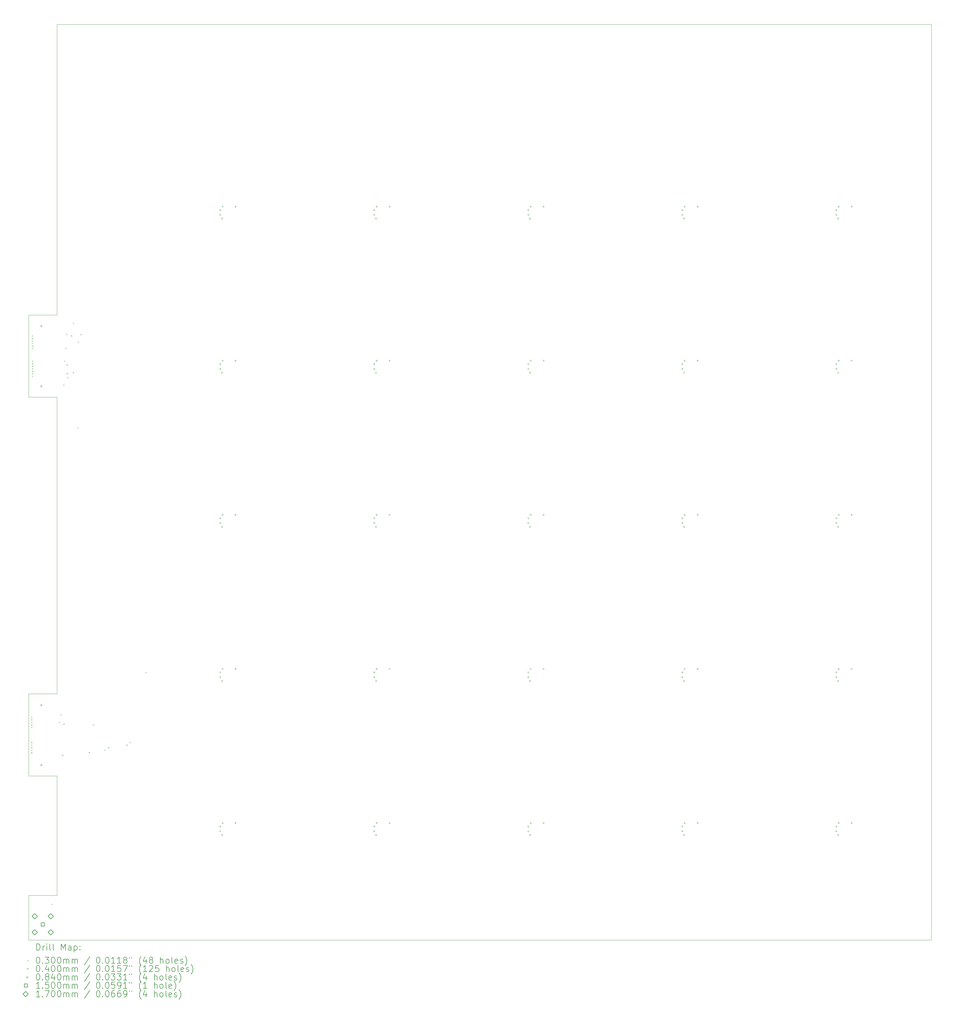
<source format=gbr>
%TF.GenerationSoftware,KiCad,Pcbnew,8.0.2-1*%
%TF.CreationDate,2024-10-14T12:40:13-04:00*%
%TF.ProjectId,EvenLayers_1.3mm_SiPM,4576656e-4c61-4796-9572-735f312e336d,rev?*%
%TF.SameCoordinates,Original*%
%TF.FileFunction,Drillmap*%
%TF.FilePolarity,Positive*%
%FSLAX45Y45*%
G04 Gerber Fmt 4.5, Leading zero omitted, Abs format (unit mm)*
G04 Created by KiCad (PCBNEW 8.0.2-1) date 2024-10-14 12:40:13*
%MOMM*%
%LPD*%
G01*
G04 APERTURE LIST*
%ADD10C,0.050000*%
%ADD11C,0.100000*%
%ADD12C,0.200000*%
%ADD13C,0.150000*%
%ADD14C,0.170000*%
G04 APERTURE END LIST*
D10*
X6600000Y-27300000D02*
X7500000Y-27300000D01*
X7500000Y-15300000D02*
X6600000Y-15300000D01*
X6600000Y-12700000D02*
X6600000Y-15300000D01*
X6600000Y-32430000D02*
X6600000Y-32500000D01*
X6600000Y-24700000D02*
X7500000Y-24700000D01*
X35200000Y-32500000D02*
X6600000Y-32500000D01*
X7500000Y-3500000D02*
X35200000Y-3500000D01*
X7500000Y-27300000D02*
X7500000Y-31080000D01*
X6600000Y-12700000D02*
X7500000Y-12700000D01*
X6600000Y-31570000D02*
X6600000Y-31080000D01*
X6600000Y-24700000D02*
X6600000Y-27300000D01*
X7500000Y-12700000D02*
X7500000Y-3500000D01*
X35200000Y-3500000D02*
X35200000Y-32500000D01*
X7500000Y-24700000D02*
X7500000Y-15300000D01*
X6600000Y-31080000D02*
X7500000Y-31080000D01*
D11*
X6600000Y-31570000D02*
X6600000Y-32430000D01*
D12*
D11*
X6685000Y-25425000D02*
X6715000Y-25455000D01*
X6715000Y-25425000D02*
X6685000Y-25455000D01*
X6685000Y-25505000D02*
X6715000Y-25535000D01*
X6715000Y-25505000D02*
X6685000Y-25535000D01*
X6685000Y-25585000D02*
X6715000Y-25615000D01*
X6715000Y-25585000D02*
X6685000Y-25615000D01*
X6685000Y-25665000D02*
X6715000Y-25695000D01*
X6715000Y-25665000D02*
X6685000Y-25695000D01*
X6685000Y-25745000D02*
X6715000Y-25775000D01*
X6715000Y-25745000D02*
X6685000Y-25775000D01*
X6685000Y-26225000D02*
X6715000Y-26255000D01*
X6715000Y-26225000D02*
X6685000Y-26255000D01*
X6685000Y-26305000D02*
X6715000Y-26335000D01*
X6715000Y-26305000D02*
X6685000Y-26335000D01*
X6685000Y-26385000D02*
X6715000Y-26415000D01*
X6715000Y-26385000D02*
X6685000Y-26415000D01*
X6685000Y-26465000D02*
X6715000Y-26495000D01*
X6715000Y-26465000D02*
X6685000Y-26495000D01*
X6685000Y-26545000D02*
X6715000Y-26575000D01*
X6715000Y-26545000D02*
X6685000Y-26575000D01*
X6705000Y-13345000D02*
X6735000Y-13375000D01*
X6735000Y-13345000D02*
X6705000Y-13375000D01*
X6705000Y-13425000D02*
X6735000Y-13455000D01*
X6735000Y-13425000D02*
X6705000Y-13455000D01*
X6705000Y-13505000D02*
X6735000Y-13535000D01*
X6735000Y-13505000D02*
X6705000Y-13535000D01*
X6705000Y-13585000D02*
X6735000Y-13615000D01*
X6735000Y-13585000D02*
X6705000Y-13615000D01*
X6705000Y-13665000D02*
X6735000Y-13695000D01*
X6735000Y-13665000D02*
X6705000Y-13695000D01*
X6705000Y-13745000D02*
X6735000Y-13775000D01*
X6735000Y-13745000D02*
X6705000Y-13775000D01*
X6705000Y-14625000D02*
X6735000Y-14655000D01*
X6735000Y-14625000D02*
X6705000Y-14655000D01*
X6710000Y-14145000D02*
X6740000Y-14175000D01*
X6740000Y-14145000D02*
X6710000Y-14175000D01*
X6710000Y-14225000D02*
X6740000Y-14255000D01*
X6740000Y-14225000D02*
X6710000Y-14255000D01*
X6710000Y-14305000D02*
X6740000Y-14335000D01*
X6740000Y-14305000D02*
X6710000Y-14335000D01*
X6710000Y-14385000D02*
X6740000Y-14415000D01*
X6740000Y-14385000D02*
X6710000Y-14415000D01*
X6710000Y-14465000D02*
X6740000Y-14495000D01*
X6740000Y-14465000D02*
X6710000Y-14495000D01*
X6710000Y-14545000D02*
X6740000Y-14575000D01*
X6740000Y-14545000D02*
X6710000Y-14575000D01*
X7325000Y-31345000D02*
X7355000Y-31375000D01*
X7355000Y-31345000D02*
X7325000Y-31375000D01*
X7565000Y-25585000D02*
X7595000Y-25615000D01*
X7595000Y-25585000D02*
X7565000Y-25615000D01*
X7604289Y-25344289D02*
X7634289Y-25374289D01*
X7634289Y-25344289D02*
X7604289Y-25374289D01*
X7665000Y-26625000D02*
X7695000Y-26655000D01*
X7695000Y-26625000D02*
X7665000Y-26655000D01*
X7705000Y-14905000D02*
X7735000Y-14935000D01*
X7735000Y-14905000D02*
X7705000Y-14935000D01*
X7705000Y-25645000D02*
X7735000Y-25675000D01*
X7735000Y-25645000D02*
X7705000Y-25675000D01*
X7725000Y-14145000D02*
X7755000Y-14175000D01*
X7755000Y-14145000D02*
X7725000Y-14175000D01*
X7765000Y-13745000D02*
X7795000Y-13775000D01*
X7795000Y-13745000D02*
X7765000Y-13775000D01*
X7797426Y-13297426D02*
X7827426Y-13327426D01*
X7827426Y-13297426D02*
X7797426Y-13327426D01*
X7805000Y-14265000D02*
X7835000Y-14295000D01*
X7835000Y-14265000D02*
X7805000Y-14295000D01*
X7805000Y-14545000D02*
X7835000Y-14575000D01*
X7835000Y-14545000D02*
X7805000Y-14575000D01*
X7822573Y-14667426D02*
X7852573Y-14697426D01*
X7852573Y-14667426D02*
X7822573Y-14697426D01*
X7945000Y-13345000D02*
X7975000Y-13375000D01*
X7975000Y-13345000D02*
X7945000Y-13375000D01*
X8005000Y-12945000D02*
X8035000Y-12975000D01*
X8035000Y-12945000D02*
X8005000Y-12975000D01*
X8005000Y-14505000D02*
X8035000Y-14535000D01*
X8035000Y-14505000D02*
X8005000Y-14535000D01*
X8145000Y-16265000D02*
X8175000Y-16295000D01*
X8175000Y-16265000D02*
X8145000Y-16295000D01*
X8165000Y-13545000D02*
X8195000Y-13575000D01*
X8195000Y-13545000D02*
X8165000Y-13575000D01*
X8245000Y-13305000D02*
X8275000Y-13335000D01*
X8275000Y-13305000D02*
X8245000Y-13335000D01*
X8507427Y-26542573D02*
X8537427Y-26572573D01*
X8537427Y-26542573D02*
X8507427Y-26572573D01*
X8645000Y-25665000D02*
X8675000Y-25695000D01*
X8675000Y-25665000D02*
X8645000Y-25695000D01*
X9005000Y-26465000D02*
X9035000Y-26495000D01*
X9035000Y-26465000D02*
X9005000Y-26495000D01*
X9125000Y-26385000D02*
X9155000Y-26415000D01*
X9155000Y-26385000D02*
X9125000Y-26415000D01*
X9705000Y-26305000D02*
X9735000Y-26335000D01*
X9735000Y-26305000D02*
X9705000Y-26335000D01*
X9805000Y-26225000D02*
X9835000Y-26255000D01*
X9835000Y-26225000D02*
X9805000Y-26255000D01*
X10305000Y-24005000D02*
X10335000Y-24035000D01*
X10335000Y-24005000D02*
X10305000Y-24035000D01*
X12695000Y-9380000D02*
G75*
G02*
X12655000Y-9380000I-20000J0D01*
G01*
X12655000Y-9380000D02*
G75*
G02*
X12695000Y-9380000I20000J0D01*
G01*
X12695000Y-9530000D02*
G75*
G02*
X12655000Y-9530000I-20000J0D01*
G01*
X12655000Y-9530000D02*
G75*
G02*
X12695000Y-9530000I20000J0D01*
G01*
X12695000Y-14260000D02*
G75*
G02*
X12655000Y-14260000I-20000J0D01*
G01*
X12655000Y-14260000D02*
G75*
G02*
X12695000Y-14260000I20000J0D01*
G01*
X12695000Y-14410000D02*
G75*
G02*
X12655000Y-14410000I-20000J0D01*
G01*
X12655000Y-14410000D02*
G75*
G02*
X12695000Y-14410000I20000J0D01*
G01*
X12695000Y-19140000D02*
G75*
G02*
X12655000Y-19140000I-20000J0D01*
G01*
X12655000Y-19140000D02*
G75*
G02*
X12695000Y-19140000I20000J0D01*
G01*
X12695000Y-19290000D02*
G75*
G02*
X12655000Y-19290000I-20000J0D01*
G01*
X12655000Y-19290000D02*
G75*
G02*
X12695000Y-19290000I20000J0D01*
G01*
X12695000Y-24020000D02*
G75*
G02*
X12655000Y-24020000I-20000J0D01*
G01*
X12655000Y-24020000D02*
G75*
G02*
X12695000Y-24020000I20000J0D01*
G01*
X12695000Y-24170000D02*
G75*
G02*
X12655000Y-24170000I-20000J0D01*
G01*
X12655000Y-24170000D02*
G75*
G02*
X12695000Y-24170000I20000J0D01*
G01*
X12695000Y-28900000D02*
G75*
G02*
X12655000Y-28900000I-20000J0D01*
G01*
X12655000Y-28900000D02*
G75*
G02*
X12695000Y-28900000I20000J0D01*
G01*
X12695000Y-29050000D02*
G75*
G02*
X12655000Y-29050000I-20000J0D01*
G01*
X12655000Y-29050000D02*
G75*
G02*
X12695000Y-29050000I20000J0D01*
G01*
X12750000Y-9650000D02*
G75*
G02*
X12710000Y-9650000I-20000J0D01*
G01*
X12710000Y-9650000D02*
G75*
G02*
X12750000Y-9650000I20000J0D01*
G01*
X12750000Y-14530000D02*
G75*
G02*
X12710000Y-14530000I-20000J0D01*
G01*
X12710000Y-14530000D02*
G75*
G02*
X12750000Y-14530000I20000J0D01*
G01*
X12750000Y-19410000D02*
G75*
G02*
X12710000Y-19410000I-20000J0D01*
G01*
X12710000Y-19410000D02*
G75*
G02*
X12750000Y-19410000I20000J0D01*
G01*
X12750000Y-24290000D02*
G75*
G02*
X12710000Y-24290000I-20000J0D01*
G01*
X12710000Y-24290000D02*
G75*
G02*
X12750000Y-24290000I20000J0D01*
G01*
X12750000Y-29170000D02*
G75*
G02*
X12710000Y-29170000I-20000J0D01*
G01*
X12710000Y-29170000D02*
G75*
G02*
X12750000Y-29170000I20000J0D01*
G01*
X12770000Y-9270000D02*
G75*
G02*
X12730000Y-9270000I-20000J0D01*
G01*
X12730000Y-9270000D02*
G75*
G02*
X12770000Y-9270000I20000J0D01*
G01*
X12770000Y-14150000D02*
G75*
G02*
X12730000Y-14150000I-20000J0D01*
G01*
X12730000Y-14150000D02*
G75*
G02*
X12770000Y-14150000I20000J0D01*
G01*
X12770000Y-19030000D02*
G75*
G02*
X12730000Y-19030000I-20000J0D01*
G01*
X12730000Y-19030000D02*
G75*
G02*
X12770000Y-19030000I20000J0D01*
G01*
X12770000Y-23910000D02*
G75*
G02*
X12730000Y-23910000I-20000J0D01*
G01*
X12730000Y-23910000D02*
G75*
G02*
X12770000Y-23910000I20000J0D01*
G01*
X12770000Y-28790000D02*
G75*
G02*
X12730000Y-28790000I-20000J0D01*
G01*
X12730000Y-28790000D02*
G75*
G02*
X12770000Y-28790000I20000J0D01*
G01*
X13180000Y-9270000D02*
G75*
G02*
X13140000Y-9270000I-20000J0D01*
G01*
X13140000Y-9270000D02*
G75*
G02*
X13180000Y-9270000I20000J0D01*
G01*
X13180000Y-14150000D02*
G75*
G02*
X13140000Y-14150000I-20000J0D01*
G01*
X13140000Y-14150000D02*
G75*
G02*
X13180000Y-14150000I20000J0D01*
G01*
X13180000Y-19030000D02*
G75*
G02*
X13140000Y-19030000I-20000J0D01*
G01*
X13140000Y-19030000D02*
G75*
G02*
X13180000Y-19030000I20000J0D01*
G01*
X13180000Y-23910000D02*
G75*
G02*
X13140000Y-23910000I-20000J0D01*
G01*
X13140000Y-23910000D02*
G75*
G02*
X13180000Y-23910000I20000J0D01*
G01*
X13180000Y-28790000D02*
G75*
G02*
X13140000Y-28790000I-20000J0D01*
G01*
X13140000Y-28790000D02*
G75*
G02*
X13180000Y-28790000I20000J0D01*
G01*
X17575000Y-9380000D02*
G75*
G02*
X17535000Y-9380000I-20000J0D01*
G01*
X17535000Y-9380000D02*
G75*
G02*
X17575000Y-9380000I20000J0D01*
G01*
X17575000Y-9530000D02*
G75*
G02*
X17535000Y-9530000I-20000J0D01*
G01*
X17535000Y-9530000D02*
G75*
G02*
X17575000Y-9530000I20000J0D01*
G01*
X17575000Y-14260000D02*
G75*
G02*
X17535000Y-14260000I-20000J0D01*
G01*
X17535000Y-14260000D02*
G75*
G02*
X17575000Y-14260000I20000J0D01*
G01*
X17575000Y-14410000D02*
G75*
G02*
X17535000Y-14410000I-20000J0D01*
G01*
X17535000Y-14410000D02*
G75*
G02*
X17575000Y-14410000I20000J0D01*
G01*
X17575000Y-19140000D02*
G75*
G02*
X17535000Y-19140000I-20000J0D01*
G01*
X17535000Y-19140000D02*
G75*
G02*
X17575000Y-19140000I20000J0D01*
G01*
X17575000Y-19290000D02*
G75*
G02*
X17535000Y-19290000I-20000J0D01*
G01*
X17535000Y-19290000D02*
G75*
G02*
X17575000Y-19290000I20000J0D01*
G01*
X17575000Y-24020000D02*
G75*
G02*
X17535000Y-24020000I-20000J0D01*
G01*
X17535000Y-24020000D02*
G75*
G02*
X17575000Y-24020000I20000J0D01*
G01*
X17575000Y-24170000D02*
G75*
G02*
X17535000Y-24170000I-20000J0D01*
G01*
X17535000Y-24170000D02*
G75*
G02*
X17575000Y-24170000I20000J0D01*
G01*
X17575000Y-28900000D02*
G75*
G02*
X17535000Y-28900000I-20000J0D01*
G01*
X17535000Y-28900000D02*
G75*
G02*
X17575000Y-28900000I20000J0D01*
G01*
X17575000Y-29050000D02*
G75*
G02*
X17535000Y-29050000I-20000J0D01*
G01*
X17535000Y-29050000D02*
G75*
G02*
X17575000Y-29050000I20000J0D01*
G01*
X17630000Y-9650000D02*
G75*
G02*
X17590000Y-9650000I-20000J0D01*
G01*
X17590000Y-9650000D02*
G75*
G02*
X17630000Y-9650000I20000J0D01*
G01*
X17630000Y-14530000D02*
G75*
G02*
X17590000Y-14530000I-20000J0D01*
G01*
X17590000Y-14530000D02*
G75*
G02*
X17630000Y-14530000I20000J0D01*
G01*
X17630000Y-19410000D02*
G75*
G02*
X17590000Y-19410000I-20000J0D01*
G01*
X17590000Y-19410000D02*
G75*
G02*
X17630000Y-19410000I20000J0D01*
G01*
X17630000Y-24290000D02*
G75*
G02*
X17590000Y-24290000I-20000J0D01*
G01*
X17590000Y-24290000D02*
G75*
G02*
X17630000Y-24290000I20000J0D01*
G01*
X17630000Y-29170000D02*
G75*
G02*
X17590000Y-29170000I-20000J0D01*
G01*
X17590000Y-29170000D02*
G75*
G02*
X17630000Y-29170000I20000J0D01*
G01*
X17650000Y-9270000D02*
G75*
G02*
X17610000Y-9270000I-20000J0D01*
G01*
X17610000Y-9270000D02*
G75*
G02*
X17650000Y-9270000I20000J0D01*
G01*
X17650000Y-14150000D02*
G75*
G02*
X17610000Y-14150000I-20000J0D01*
G01*
X17610000Y-14150000D02*
G75*
G02*
X17650000Y-14150000I20000J0D01*
G01*
X17650000Y-19030000D02*
G75*
G02*
X17610000Y-19030000I-20000J0D01*
G01*
X17610000Y-19030000D02*
G75*
G02*
X17650000Y-19030000I20000J0D01*
G01*
X17650000Y-23910000D02*
G75*
G02*
X17610000Y-23910000I-20000J0D01*
G01*
X17610000Y-23910000D02*
G75*
G02*
X17650000Y-23910000I20000J0D01*
G01*
X17650000Y-28790000D02*
G75*
G02*
X17610000Y-28790000I-20000J0D01*
G01*
X17610000Y-28790000D02*
G75*
G02*
X17650000Y-28790000I20000J0D01*
G01*
X18060000Y-9270000D02*
G75*
G02*
X18020000Y-9270000I-20000J0D01*
G01*
X18020000Y-9270000D02*
G75*
G02*
X18060000Y-9270000I20000J0D01*
G01*
X18060000Y-14150000D02*
G75*
G02*
X18020000Y-14150000I-20000J0D01*
G01*
X18020000Y-14150000D02*
G75*
G02*
X18060000Y-14150000I20000J0D01*
G01*
X18060000Y-19030000D02*
G75*
G02*
X18020000Y-19030000I-20000J0D01*
G01*
X18020000Y-19030000D02*
G75*
G02*
X18060000Y-19030000I20000J0D01*
G01*
X18060000Y-23910000D02*
G75*
G02*
X18020000Y-23910000I-20000J0D01*
G01*
X18020000Y-23910000D02*
G75*
G02*
X18060000Y-23910000I20000J0D01*
G01*
X18060000Y-28790000D02*
G75*
G02*
X18020000Y-28790000I-20000J0D01*
G01*
X18020000Y-28790000D02*
G75*
G02*
X18060000Y-28790000I20000J0D01*
G01*
X22455000Y-9380000D02*
G75*
G02*
X22415000Y-9380000I-20000J0D01*
G01*
X22415000Y-9380000D02*
G75*
G02*
X22455000Y-9380000I20000J0D01*
G01*
X22455000Y-9530000D02*
G75*
G02*
X22415000Y-9530000I-20000J0D01*
G01*
X22415000Y-9530000D02*
G75*
G02*
X22455000Y-9530000I20000J0D01*
G01*
X22455000Y-14260000D02*
G75*
G02*
X22415000Y-14260000I-20000J0D01*
G01*
X22415000Y-14260000D02*
G75*
G02*
X22455000Y-14260000I20000J0D01*
G01*
X22455000Y-14410000D02*
G75*
G02*
X22415000Y-14410000I-20000J0D01*
G01*
X22415000Y-14410000D02*
G75*
G02*
X22455000Y-14410000I20000J0D01*
G01*
X22455000Y-19140000D02*
G75*
G02*
X22415000Y-19140000I-20000J0D01*
G01*
X22415000Y-19140000D02*
G75*
G02*
X22455000Y-19140000I20000J0D01*
G01*
X22455000Y-19290000D02*
G75*
G02*
X22415000Y-19290000I-20000J0D01*
G01*
X22415000Y-19290000D02*
G75*
G02*
X22455000Y-19290000I20000J0D01*
G01*
X22455000Y-24020000D02*
G75*
G02*
X22415000Y-24020000I-20000J0D01*
G01*
X22415000Y-24020000D02*
G75*
G02*
X22455000Y-24020000I20000J0D01*
G01*
X22455000Y-24170000D02*
G75*
G02*
X22415000Y-24170000I-20000J0D01*
G01*
X22415000Y-24170000D02*
G75*
G02*
X22455000Y-24170000I20000J0D01*
G01*
X22455000Y-28900000D02*
G75*
G02*
X22415000Y-28900000I-20000J0D01*
G01*
X22415000Y-28900000D02*
G75*
G02*
X22455000Y-28900000I20000J0D01*
G01*
X22455000Y-29050000D02*
G75*
G02*
X22415000Y-29050000I-20000J0D01*
G01*
X22415000Y-29050000D02*
G75*
G02*
X22455000Y-29050000I20000J0D01*
G01*
X22510000Y-9650000D02*
G75*
G02*
X22470000Y-9650000I-20000J0D01*
G01*
X22470000Y-9650000D02*
G75*
G02*
X22510000Y-9650000I20000J0D01*
G01*
X22510000Y-14530000D02*
G75*
G02*
X22470000Y-14530000I-20000J0D01*
G01*
X22470000Y-14530000D02*
G75*
G02*
X22510000Y-14530000I20000J0D01*
G01*
X22510000Y-19410000D02*
G75*
G02*
X22470000Y-19410000I-20000J0D01*
G01*
X22470000Y-19410000D02*
G75*
G02*
X22510000Y-19410000I20000J0D01*
G01*
X22510000Y-24290000D02*
G75*
G02*
X22470000Y-24290000I-20000J0D01*
G01*
X22470000Y-24290000D02*
G75*
G02*
X22510000Y-24290000I20000J0D01*
G01*
X22510000Y-29170000D02*
G75*
G02*
X22470000Y-29170000I-20000J0D01*
G01*
X22470000Y-29170000D02*
G75*
G02*
X22510000Y-29170000I20000J0D01*
G01*
X22530000Y-9270000D02*
G75*
G02*
X22490000Y-9270000I-20000J0D01*
G01*
X22490000Y-9270000D02*
G75*
G02*
X22530000Y-9270000I20000J0D01*
G01*
X22530000Y-14150000D02*
G75*
G02*
X22490000Y-14150000I-20000J0D01*
G01*
X22490000Y-14150000D02*
G75*
G02*
X22530000Y-14150000I20000J0D01*
G01*
X22530000Y-19030000D02*
G75*
G02*
X22490000Y-19030000I-20000J0D01*
G01*
X22490000Y-19030000D02*
G75*
G02*
X22530000Y-19030000I20000J0D01*
G01*
X22530000Y-23910000D02*
G75*
G02*
X22490000Y-23910000I-20000J0D01*
G01*
X22490000Y-23910000D02*
G75*
G02*
X22530000Y-23910000I20000J0D01*
G01*
X22530000Y-28790000D02*
G75*
G02*
X22490000Y-28790000I-20000J0D01*
G01*
X22490000Y-28790000D02*
G75*
G02*
X22530000Y-28790000I20000J0D01*
G01*
X22940000Y-9270000D02*
G75*
G02*
X22900000Y-9270000I-20000J0D01*
G01*
X22900000Y-9270000D02*
G75*
G02*
X22940000Y-9270000I20000J0D01*
G01*
X22940000Y-14150000D02*
G75*
G02*
X22900000Y-14150000I-20000J0D01*
G01*
X22900000Y-14150000D02*
G75*
G02*
X22940000Y-14150000I20000J0D01*
G01*
X22940000Y-19030000D02*
G75*
G02*
X22900000Y-19030000I-20000J0D01*
G01*
X22900000Y-19030000D02*
G75*
G02*
X22940000Y-19030000I20000J0D01*
G01*
X22940000Y-23910000D02*
G75*
G02*
X22900000Y-23910000I-20000J0D01*
G01*
X22900000Y-23910000D02*
G75*
G02*
X22940000Y-23910000I20000J0D01*
G01*
X22940000Y-28790000D02*
G75*
G02*
X22900000Y-28790000I-20000J0D01*
G01*
X22900000Y-28790000D02*
G75*
G02*
X22940000Y-28790000I20000J0D01*
G01*
X27335000Y-9380000D02*
G75*
G02*
X27295000Y-9380000I-20000J0D01*
G01*
X27295000Y-9380000D02*
G75*
G02*
X27335000Y-9380000I20000J0D01*
G01*
X27335000Y-9530000D02*
G75*
G02*
X27295000Y-9530000I-20000J0D01*
G01*
X27295000Y-9530000D02*
G75*
G02*
X27335000Y-9530000I20000J0D01*
G01*
X27335000Y-14260000D02*
G75*
G02*
X27295000Y-14260000I-20000J0D01*
G01*
X27295000Y-14260000D02*
G75*
G02*
X27335000Y-14260000I20000J0D01*
G01*
X27335000Y-14410000D02*
G75*
G02*
X27295000Y-14410000I-20000J0D01*
G01*
X27295000Y-14410000D02*
G75*
G02*
X27335000Y-14410000I20000J0D01*
G01*
X27335000Y-19140000D02*
G75*
G02*
X27295000Y-19140000I-20000J0D01*
G01*
X27295000Y-19140000D02*
G75*
G02*
X27335000Y-19140000I20000J0D01*
G01*
X27335000Y-19290000D02*
G75*
G02*
X27295000Y-19290000I-20000J0D01*
G01*
X27295000Y-19290000D02*
G75*
G02*
X27335000Y-19290000I20000J0D01*
G01*
X27335000Y-24020000D02*
G75*
G02*
X27295000Y-24020000I-20000J0D01*
G01*
X27295000Y-24020000D02*
G75*
G02*
X27335000Y-24020000I20000J0D01*
G01*
X27335000Y-24170000D02*
G75*
G02*
X27295000Y-24170000I-20000J0D01*
G01*
X27295000Y-24170000D02*
G75*
G02*
X27335000Y-24170000I20000J0D01*
G01*
X27335000Y-28900000D02*
G75*
G02*
X27295000Y-28900000I-20000J0D01*
G01*
X27295000Y-28900000D02*
G75*
G02*
X27335000Y-28900000I20000J0D01*
G01*
X27335000Y-29050000D02*
G75*
G02*
X27295000Y-29050000I-20000J0D01*
G01*
X27295000Y-29050000D02*
G75*
G02*
X27335000Y-29050000I20000J0D01*
G01*
X27390000Y-9650000D02*
G75*
G02*
X27350000Y-9650000I-20000J0D01*
G01*
X27350000Y-9650000D02*
G75*
G02*
X27390000Y-9650000I20000J0D01*
G01*
X27390000Y-14530000D02*
G75*
G02*
X27350000Y-14530000I-20000J0D01*
G01*
X27350000Y-14530000D02*
G75*
G02*
X27390000Y-14530000I20000J0D01*
G01*
X27390000Y-19410000D02*
G75*
G02*
X27350000Y-19410000I-20000J0D01*
G01*
X27350000Y-19410000D02*
G75*
G02*
X27390000Y-19410000I20000J0D01*
G01*
X27390000Y-24290000D02*
G75*
G02*
X27350000Y-24290000I-20000J0D01*
G01*
X27350000Y-24290000D02*
G75*
G02*
X27390000Y-24290000I20000J0D01*
G01*
X27390000Y-29170000D02*
G75*
G02*
X27350000Y-29170000I-20000J0D01*
G01*
X27350000Y-29170000D02*
G75*
G02*
X27390000Y-29170000I20000J0D01*
G01*
X27410000Y-9270000D02*
G75*
G02*
X27370000Y-9270000I-20000J0D01*
G01*
X27370000Y-9270000D02*
G75*
G02*
X27410000Y-9270000I20000J0D01*
G01*
X27410000Y-14150000D02*
G75*
G02*
X27370000Y-14150000I-20000J0D01*
G01*
X27370000Y-14150000D02*
G75*
G02*
X27410000Y-14150000I20000J0D01*
G01*
X27410000Y-19030000D02*
G75*
G02*
X27370000Y-19030000I-20000J0D01*
G01*
X27370000Y-19030000D02*
G75*
G02*
X27410000Y-19030000I20000J0D01*
G01*
X27410000Y-23910000D02*
G75*
G02*
X27370000Y-23910000I-20000J0D01*
G01*
X27370000Y-23910000D02*
G75*
G02*
X27410000Y-23910000I20000J0D01*
G01*
X27410000Y-28790000D02*
G75*
G02*
X27370000Y-28790000I-20000J0D01*
G01*
X27370000Y-28790000D02*
G75*
G02*
X27410000Y-28790000I20000J0D01*
G01*
X27820000Y-9270000D02*
G75*
G02*
X27780000Y-9270000I-20000J0D01*
G01*
X27780000Y-9270000D02*
G75*
G02*
X27820000Y-9270000I20000J0D01*
G01*
X27820000Y-14150000D02*
G75*
G02*
X27780000Y-14150000I-20000J0D01*
G01*
X27780000Y-14150000D02*
G75*
G02*
X27820000Y-14150000I20000J0D01*
G01*
X27820000Y-19030000D02*
G75*
G02*
X27780000Y-19030000I-20000J0D01*
G01*
X27780000Y-19030000D02*
G75*
G02*
X27820000Y-19030000I20000J0D01*
G01*
X27820000Y-23910000D02*
G75*
G02*
X27780000Y-23910000I-20000J0D01*
G01*
X27780000Y-23910000D02*
G75*
G02*
X27820000Y-23910000I20000J0D01*
G01*
X27820000Y-28790000D02*
G75*
G02*
X27780000Y-28790000I-20000J0D01*
G01*
X27780000Y-28790000D02*
G75*
G02*
X27820000Y-28790000I20000J0D01*
G01*
X32215000Y-9380000D02*
G75*
G02*
X32175000Y-9380000I-20000J0D01*
G01*
X32175000Y-9380000D02*
G75*
G02*
X32215000Y-9380000I20000J0D01*
G01*
X32215000Y-9530000D02*
G75*
G02*
X32175000Y-9530000I-20000J0D01*
G01*
X32175000Y-9530000D02*
G75*
G02*
X32215000Y-9530000I20000J0D01*
G01*
X32215000Y-14260000D02*
G75*
G02*
X32175000Y-14260000I-20000J0D01*
G01*
X32175000Y-14260000D02*
G75*
G02*
X32215000Y-14260000I20000J0D01*
G01*
X32215000Y-14410000D02*
G75*
G02*
X32175000Y-14410000I-20000J0D01*
G01*
X32175000Y-14410000D02*
G75*
G02*
X32215000Y-14410000I20000J0D01*
G01*
X32215000Y-19140000D02*
G75*
G02*
X32175000Y-19140000I-20000J0D01*
G01*
X32175000Y-19140000D02*
G75*
G02*
X32215000Y-19140000I20000J0D01*
G01*
X32215000Y-19290000D02*
G75*
G02*
X32175000Y-19290000I-20000J0D01*
G01*
X32175000Y-19290000D02*
G75*
G02*
X32215000Y-19290000I20000J0D01*
G01*
X32215000Y-24020000D02*
G75*
G02*
X32175000Y-24020000I-20000J0D01*
G01*
X32175000Y-24020000D02*
G75*
G02*
X32215000Y-24020000I20000J0D01*
G01*
X32215000Y-24170000D02*
G75*
G02*
X32175000Y-24170000I-20000J0D01*
G01*
X32175000Y-24170000D02*
G75*
G02*
X32215000Y-24170000I20000J0D01*
G01*
X32215000Y-28900000D02*
G75*
G02*
X32175000Y-28900000I-20000J0D01*
G01*
X32175000Y-28900000D02*
G75*
G02*
X32215000Y-28900000I20000J0D01*
G01*
X32215000Y-29050000D02*
G75*
G02*
X32175000Y-29050000I-20000J0D01*
G01*
X32175000Y-29050000D02*
G75*
G02*
X32215000Y-29050000I20000J0D01*
G01*
X32270000Y-9650000D02*
G75*
G02*
X32230000Y-9650000I-20000J0D01*
G01*
X32230000Y-9650000D02*
G75*
G02*
X32270000Y-9650000I20000J0D01*
G01*
X32270000Y-14530000D02*
G75*
G02*
X32230000Y-14530000I-20000J0D01*
G01*
X32230000Y-14530000D02*
G75*
G02*
X32270000Y-14530000I20000J0D01*
G01*
X32270000Y-19410000D02*
G75*
G02*
X32230000Y-19410000I-20000J0D01*
G01*
X32230000Y-19410000D02*
G75*
G02*
X32270000Y-19410000I20000J0D01*
G01*
X32270000Y-24290000D02*
G75*
G02*
X32230000Y-24290000I-20000J0D01*
G01*
X32230000Y-24290000D02*
G75*
G02*
X32270000Y-24290000I20000J0D01*
G01*
X32270000Y-29170000D02*
G75*
G02*
X32230000Y-29170000I-20000J0D01*
G01*
X32230000Y-29170000D02*
G75*
G02*
X32270000Y-29170000I20000J0D01*
G01*
X32290000Y-9270000D02*
G75*
G02*
X32250000Y-9270000I-20000J0D01*
G01*
X32250000Y-9270000D02*
G75*
G02*
X32290000Y-9270000I20000J0D01*
G01*
X32290000Y-14150000D02*
G75*
G02*
X32250000Y-14150000I-20000J0D01*
G01*
X32250000Y-14150000D02*
G75*
G02*
X32290000Y-14150000I20000J0D01*
G01*
X32290000Y-19030000D02*
G75*
G02*
X32250000Y-19030000I-20000J0D01*
G01*
X32250000Y-19030000D02*
G75*
G02*
X32290000Y-19030000I20000J0D01*
G01*
X32290000Y-23910000D02*
G75*
G02*
X32250000Y-23910000I-20000J0D01*
G01*
X32250000Y-23910000D02*
G75*
G02*
X32290000Y-23910000I20000J0D01*
G01*
X32290000Y-28790000D02*
G75*
G02*
X32250000Y-28790000I-20000J0D01*
G01*
X32250000Y-28790000D02*
G75*
G02*
X32290000Y-28790000I20000J0D01*
G01*
X32700000Y-9270000D02*
G75*
G02*
X32660000Y-9270000I-20000J0D01*
G01*
X32660000Y-9270000D02*
G75*
G02*
X32700000Y-9270000I20000J0D01*
G01*
X32700000Y-14150000D02*
G75*
G02*
X32660000Y-14150000I-20000J0D01*
G01*
X32660000Y-14150000D02*
G75*
G02*
X32700000Y-14150000I20000J0D01*
G01*
X32700000Y-19030000D02*
G75*
G02*
X32660000Y-19030000I-20000J0D01*
G01*
X32660000Y-19030000D02*
G75*
G02*
X32700000Y-19030000I20000J0D01*
G01*
X32700000Y-23910000D02*
G75*
G02*
X32660000Y-23910000I-20000J0D01*
G01*
X32660000Y-23910000D02*
G75*
G02*
X32700000Y-23910000I20000J0D01*
G01*
X32700000Y-28790000D02*
G75*
G02*
X32660000Y-28790000I-20000J0D01*
G01*
X32660000Y-28790000D02*
G75*
G02*
X32700000Y-28790000I20000J0D01*
G01*
X7000000Y-13008500D02*
X7000000Y-13092500D01*
X6958000Y-13050500D02*
X7042000Y-13050500D01*
X7000000Y-14907500D02*
X7000000Y-14991500D01*
X6958000Y-14949500D02*
X7042000Y-14949500D01*
X7000000Y-25008500D02*
X7000000Y-25092500D01*
X6958000Y-25050500D02*
X7042000Y-25050500D01*
X7000000Y-26907500D02*
X7000000Y-26991500D01*
X6958000Y-26949500D02*
X7042000Y-26949500D01*
D13*
X7103033Y-32053033D02*
X7103033Y-31946966D01*
X6996966Y-31946966D01*
X6996966Y-32053033D01*
X7103033Y-32053033D01*
D14*
X6796000Y-31831000D02*
X6881000Y-31746000D01*
X6796000Y-31661000D01*
X6711000Y-31746000D01*
X6796000Y-31831000D01*
X6796000Y-32339000D02*
X6881000Y-32254000D01*
X6796000Y-32169000D01*
X6711000Y-32254000D01*
X6796000Y-32339000D01*
X7304000Y-31831000D02*
X7389000Y-31746000D01*
X7304000Y-31661000D01*
X7219000Y-31746000D01*
X7304000Y-31831000D01*
X7304000Y-32339000D02*
X7389000Y-32254000D01*
X7304000Y-32169000D01*
X7219000Y-32254000D01*
X7304000Y-32339000D01*
D12*
X6855777Y-32813984D02*
X6855777Y-32613984D01*
X6855777Y-32613984D02*
X6903396Y-32613984D01*
X6903396Y-32613984D02*
X6931967Y-32623508D01*
X6931967Y-32623508D02*
X6951015Y-32642555D01*
X6951015Y-32642555D02*
X6960539Y-32661603D01*
X6960539Y-32661603D02*
X6970062Y-32699698D01*
X6970062Y-32699698D02*
X6970062Y-32728269D01*
X6970062Y-32728269D02*
X6960539Y-32766365D01*
X6960539Y-32766365D02*
X6951015Y-32785412D01*
X6951015Y-32785412D02*
X6931967Y-32804460D01*
X6931967Y-32804460D02*
X6903396Y-32813984D01*
X6903396Y-32813984D02*
X6855777Y-32813984D01*
X7055777Y-32813984D02*
X7055777Y-32680650D01*
X7055777Y-32718746D02*
X7065301Y-32699698D01*
X7065301Y-32699698D02*
X7074824Y-32690174D01*
X7074824Y-32690174D02*
X7093872Y-32680650D01*
X7093872Y-32680650D02*
X7112920Y-32680650D01*
X7179586Y-32813984D02*
X7179586Y-32680650D01*
X7179586Y-32613984D02*
X7170062Y-32623508D01*
X7170062Y-32623508D02*
X7179586Y-32633031D01*
X7179586Y-32633031D02*
X7189110Y-32623508D01*
X7189110Y-32623508D02*
X7179586Y-32613984D01*
X7179586Y-32613984D02*
X7179586Y-32633031D01*
X7303396Y-32813984D02*
X7284348Y-32804460D01*
X7284348Y-32804460D02*
X7274824Y-32785412D01*
X7274824Y-32785412D02*
X7274824Y-32613984D01*
X7408158Y-32813984D02*
X7389110Y-32804460D01*
X7389110Y-32804460D02*
X7379586Y-32785412D01*
X7379586Y-32785412D02*
X7379586Y-32613984D01*
X7636729Y-32813984D02*
X7636729Y-32613984D01*
X7636729Y-32613984D02*
X7703396Y-32756841D01*
X7703396Y-32756841D02*
X7770062Y-32613984D01*
X7770062Y-32613984D02*
X7770062Y-32813984D01*
X7951015Y-32813984D02*
X7951015Y-32709222D01*
X7951015Y-32709222D02*
X7941491Y-32690174D01*
X7941491Y-32690174D02*
X7922443Y-32680650D01*
X7922443Y-32680650D02*
X7884348Y-32680650D01*
X7884348Y-32680650D02*
X7865301Y-32690174D01*
X7951015Y-32804460D02*
X7931967Y-32813984D01*
X7931967Y-32813984D02*
X7884348Y-32813984D01*
X7884348Y-32813984D02*
X7865301Y-32804460D01*
X7865301Y-32804460D02*
X7855777Y-32785412D01*
X7855777Y-32785412D02*
X7855777Y-32766365D01*
X7855777Y-32766365D02*
X7865301Y-32747317D01*
X7865301Y-32747317D02*
X7884348Y-32737793D01*
X7884348Y-32737793D02*
X7931967Y-32737793D01*
X7931967Y-32737793D02*
X7951015Y-32728269D01*
X8046253Y-32680650D02*
X8046253Y-32880650D01*
X8046253Y-32690174D02*
X8065301Y-32680650D01*
X8065301Y-32680650D02*
X8103396Y-32680650D01*
X8103396Y-32680650D02*
X8122443Y-32690174D01*
X8122443Y-32690174D02*
X8131967Y-32699698D01*
X8131967Y-32699698D02*
X8141491Y-32718746D01*
X8141491Y-32718746D02*
X8141491Y-32775888D01*
X8141491Y-32775888D02*
X8131967Y-32794936D01*
X8131967Y-32794936D02*
X8122443Y-32804460D01*
X8122443Y-32804460D02*
X8103396Y-32813984D01*
X8103396Y-32813984D02*
X8065301Y-32813984D01*
X8065301Y-32813984D02*
X8046253Y-32804460D01*
X8227205Y-32794936D02*
X8236729Y-32804460D01*
X8236729Y-32804460D02*
X8227205Y-32813984D01*
X8227205Y-32813984D02*
X8217682Y-32804460D01*
X8217682Y-32804460D02*
X8227205Y-32794936D01*
X8227205Y-32794936D02*
X8227205Y-32813984D01*
X8227205Y-32690174D02*
X8236729Y-32699698D01*
X8236729Y-32699698D02*
X8227205Y-32709222D01*
X8227205Y-32709222D02*
X8217682Y-32699698D01*
X8217682Y-32699698D02*
X8227205Y-32690174D01*
X8227205Y-32690174D02*
X8227205Y-32709222D01*
D11*
X6565000Y-33127500D02*
X6595000Y-33157500D01*
X6595000Y-33127500D02*
X6565000Y-33157500D01*
D12*
X6893872Y-33033984D02*
X6912920Y-33033984D01*
X6912920Y-33033984D02*
X6931967Y-33043508D01*
X6931967Y-33043508D02*
X6941491Y-33053031D01*
X6941491Y-33053031D02*
X6951015Y-33072079D01*
X6951015Y-33072079D02*
X6960539Y-33110174D01*
X6960539Y-33110174D02*
X6960539Y-33157793D01*
X6960539Y-33157793D02*
X6951015Y-33195888D01*
X6951015Y-33195888D02*
X6941491Y-33214936D01*
X6941491Y-33214936D02*
X6931967Y-33224460D01*
X6931967Y-33224460D02*
X6912920Y-33233984D01*
X6912920Y-33233984D02*
X6893872Y-33233984D01*
X6893872Y-33233984D02*
X6874824Y-33224460D01*
X6874824Y-33224460D02*
X6865301Y-33214936D01*
X6865301Y-33214936D02*
X6855777Y-33195888D01*
X6855777Y-33195888D02*
X6846253Y-33157793D01*
X6846253Y-33157793D02*
X6846253Y-33110174D01*
X6846253Y-33110174D02*
X6855777Y-33072079D01*
X6855777Y-33072079D02*
X6865301Y-33053031D01*
X6865301Y-33053031D02*
X6874824Y-33043508D01*
X6874824Y-33043508D02*
X6893872Y-33033984D01*
X7046253Y-33214936D02*
X7055777Y-33224460D01*
X7055777Y-33224460D02*
X7046253Y-33233984D01*
X7046253Y-33233984D02*
X7036729Y-33224460D01*
X7036729Y-33224460D02*
X7046253Y-33214936D01*
X7046253Y-33214936D02*
X7046253Y-33233984D01*
X7122443Y-33033984D02*
X7246253Y-33033984D01*
X7246253Y-33033984D02*
X7179586Y-33110174D01*
X7179586Y-33110174D02*
X7208158Y-33110174D01*
X7208158Y-33110174D02*
X7227205Y-33119698D01*
X7227205Y-33119698D02*
X7236729Y-33129222D01*
X7236729Y-33129222D02*
X7246253Y-33148269D01*
X7246253Y-33148269D02*
X7246253Y-33195888D01*
X7246253Y-33195888D02*
X7236729Y-33214936D01*
X7236729Y-33214936D02*
X7227205Y-33224460D01*
X7227205Y-33224460D02*
X7208158Y-33233984D01*
X7208158Y-33233984D02*
X7151015Y-33233984D01*
X7151015Y-33233984D02*
X7131967Y-33224460D01*
X7131967Y-33224460D02*
X7122443Y-33214936D01*
X7370062Y-33033984D02*
X7389110Y-33033984D01*
X7389110Y-33033984D02*
X7408158Y-33043508D01*
X7408158Y-33043508D02*
X7417682Y-33053031D01*
X7417682Y-33053031D02*
X7427205Y-33072079D01*
X7427205Y-33072079D02*
X7436729Y-33110174D01*
X7436729Y-33110174D02*
X7436729Y-33157793D01*
X7436729Y-33157793D02*
X7427205Y-33195888D01*
X7427205Y-33195888D02*
X7417682Y-33214936D01*
X7417682Y-33214936D02*
X7408158Y-33224460D01*
X7408158Y-33224460D02*
X7389110Y-33233984D01*
X7389110Y-33233984D02*
X7370062Y-33233984D01*
X7370062Y-33233984D02*
X7351015Y-33224460D01*
X7351015Y-33224460D02*
X7341491Y-33214936D01*
X7341491Y-33214936D02*
X7331967Y-33195888D01*
X7331967Y-33195888D02*
X7322443Y-33157793D01*
X7322443Y-33157793D02*
X7322443Y-33110174D01*
X7322443Y-33110174D02*
X7331967Y-33072079D01*
X7331967Y-33072079D02*
X7341491Y-33053031D01*
X7341491Y-33053031D02*
X7351015Y-33043508D01*
X7351015Y-33043508D02*
X7370062Y-33033984D01*
X7560539Y-33033984D02*
X7579586Y-33033984D01*
X7579586Y-33033984D02*
X7598634Y-33043508D01*
X7598634Y-33043508D02*
X7608158Y-33053031D01*
X7608158Y-33053031D02*
X7617682Y-33072079D01*
X7617682Y-33072079D02*
X7627205Y-33110174D01*
X7627205Y-33110174D02*
X7627205Y-33157793D01*
X7627205Y-33157793D02*
X7617682Y-33195888D01*
X7617682Y-33195888D02*
X7608158Y-33214936D01*
X7608158Y-33214936D02*
X7598634Y-33224460D01*
X7598634Y-33224460D02*
X7579586Y-33233984D01*
X7579586Y-33233984D02*
X7560539Y-33233984D01*
X7560539Y-33233984D02*
X7541491Y-33224460D01*
X7541491Y-33224460D02*
X7531967Y-33214936D01*
X7531967Y-33214936D02*
X7522443Y-33195888D01*
X7522443Y-33195888D02*
X7512920Y-33157793D01*
X7512920Y-33157793D02*
X7512920Y-33110174D01*
X7512920Y-33110174D02*
X7522443Y-33072079D01*
X7522443Y-33072079D02*
X7531967Y-33053031D01*
X7531967Y-33053031D02*
X7541491Y-33043508D01*
X7541491Y-33043508D02*
X7560539Y-33033984D01*
X7712920Y-33233984D02*
X7712920Y-33100650D01*
X7712920Y-33119698D02*
X7722443Y-33110174D01*
X7722443Y-33110174D02*
X7741491Y-33100650D01*
X7741491Y-33100650D02*
X7770063Y-33100650D01*
X7770063Y-33100650D02*
X7789110Y-33110174D01*
X7789110Y-33110174D02*
X7798634Y-33129222D01*
X7798634Y-33129222D02*
X7798634Y-33233984D01*
X7798634Y-33129222D02*
X7808158Y-33110174D01*
X7808158Y-33110174D02*
X7827205Y-33100650D01*
X7827205Y-33100650D02*
X7855777Y-33100650D01*
X7855777Y-33100650D02*
X7874824Y-33110174D01*
X7874824Y-33110174D02*
X7884348Y-33129222D01*
X7884348Y-33129222D02*
X7884348Y-33233984D01*
X7979586Y-33233984D02*
X7979586Y-33100650D01*
X7979586Y-33119698D02*
X7989110Y-33110174D01*
X7989110Y-33110174D02*
X8008158Y-33100650D01*
X8008158Y-33100650D02*
X8036729Y-33100650D01*
X8036729Y-33100650D02*
X8055777Y-33110174D01*
X8055777Y-33110174D02*
X8065301Y-33129222D01*
X8065301Y-33129222D02*
X8065301Y-33233984D01*
X8065301Y-33129222D02*
X8074824Y-33110174D01*
X8074824Y-33110174D02*
X8093872Y-33100650D01*
X8093872Y-33100650D02*
X8122443Y-33100650D01*
X8122443Y-33100650D02*
X8141491Y-33110174D01*
X8141491Y-33110174D02*
X8151015Y-33129222D01*
X8151015Y-33129222D02*
X8151015Y-33233984D01*
X8541491Y-33024460D02*
X8370063Y-33281603D01*
X8798634Y-33033984D02*
X8817682Y-33033984D01*
X8817682Y-33033984D02*
X8836729Y-33043508D01*
X8836729Y-33043508D02*
X8846253Y-33053031D01*
X8846253Y-33053031D02*
X8855777Y-33072079D01*
X8855777Y-33072079D02*
X8865301Y-33110174D01*
X8865301Y-33110174D02*
X8865301Y-33157793D01*
X8865301Y-33157793D02*
X8855777Y-33195888D01*
X8855777Y-33195888D02*
X8846253Y-33214936D01*
X8846253Y-33214936D02*
X8836729Y-33224460D01*
X8836729Y-33224460D02*
X8817682Y-33233984D01*
X8817682Y-33233984D02*
X8798634Y-33233984D01*
X8798634Y-33233984D02*
X8779587Y-33224460D01*
X8779587Y-33224460D02*
X8770063Y-33214936D01*
X8770063Y-33214936D02*
X8760539Y-33195888D01*
X8760539Y-33195888D02*
X8751015Y-33157793D01*
X8751015Y-33157793D02*
X8751015Y-33110174D01*
X8751015Y-33110174D02*
X8760539Y-33072079D01*
X8760539Y-33072079D02*
X8770063Y-33053031D01*
X8770063Y-33053031D02*
X8779587Y-33043508D01*
X8779587Y-33043508D02*
X8798634Y-33033984D01*
X8951015Y-33214936D02*
X8960539Y-33224460D01*
X8960539Y-33224460D02*
X8951015Y-33233984D01*
X8951015Y-33233984D02*
X8941491Y-33224460D01*
X8941491Y-33224460D02*
X8951015Y-33214936D01*
X8951015Y-33214936D02*
X8951015Y-33233984D01*
X9084348Y-33033984D02*
X9103396Y-33033984D01*
X9103396Y-33033984D02*
X9122444Y-33043508D01*
X9122444Y-33043508D02*
X9131968Y-33053031D01*
X9131968Y-33053031D02*
X9141491Y-33072079D01*
X9141491Y-33072079D02*
X9151015Y-33110174D01*
X9151015Y-33110174D02*
X9151015Y-33157793D01*
X9151015Y-33157793D02*
X9141491Y-33195888D01*
X9141491Y-33195888D02*
X9131968Y-33214936D01*
X9131968Y-33214936D02*
X9122444Y-33224460D01*
X9122444Y-33224460D02*
X9103396Y-33233984D01*
X9103396Y-33233984D02*
X9084348Y-33233984D01*
X9084348Y-33233984D02*
X9065301Y-33224460D01*
X9065301Y-33224460D02*
X9055777Y-33214936D01*
X9055777Y-33214936D02*
X9046253Y-33195888D01*
X9046253Y-33195888D02*
X9036729Y-33157793D01*
X9036729Y-33157793D02*
X9036729Y-33110174D01*
X9036729Y-33110174D02*
X9046253Y-33072079D01*
X9046253Y-33072079D02*
X9055777Y-33053031D01*
X9055777Y-33053031D02*
X9065301Y-33043508D01*
X9065301Y-33043508D02*
X9084348Y-33033984D01*
X9341491Y-33233984D02*
X9227206Y-33233984D01*
X9284348Y-33233984D02*
X9284348Y-33033984D01*
X9284348Y-33033984D02*
X9265301Y-33062555D01*
X9265301Y-33062555D02*
X9246253Y-33081603D01*
X9246253Y-33081603D02*
X9227206Y-33091127D01*
X9531968Y-33233984D02*
X9417682Y-33233984D01*
X9474825Y-33233984D02*
X9474825Y-33033984D01*
X9474825Y-33033984D02*
X9455777Y-33062555D01*
X9455777Y-33062555D02*
X9436729Y-33081603D01*
X9436729Y-33081603D02*
X9417682Y-33091127D01*
X9646253Y-33119698D02*
X9627206Y-33110174D01*
X9627206Y-33110174D02*
X9617682Y-33100650D01*
X9617682Y-33100650D02*
X9608158Y-33081603D01*
X9608158Y-33081603D02*
X9608158Y-33072079D01*
X9608158Y-33072079D02*
X9617682Y-33053031D01*
X9617682Y-33053031D02*
X9627206Y-33043508D01*
X9627206Y-33043508D02*
X9646253Y-33033984D01*
X9646253Y-33033984D02*
X9684349Y-33033984D01*
X9684349Y-33033984D02*
X9703396Y-33043508D01*
X9703396Y-33043508D02*
X9712920Y-33053031D01*
X9712920Y-33053031D02*
X9722444Y-33072079D01*
X9722444Y-33072079D02*
X9722444Y-33081603D01*
X9722444Y-33081603D02*
X9712920Y-33100650D01*
X9712920Y-33100650D02*
X9703396Y-33110174D01*
X9703396Y-33110174D02*
X9684349Y-33119698D01*
X9684349Y-33119698D02*
X9646253Y-33119698D01*
X9646253Y-33119698D02*
X9627206Y-33129222D01*
X9627206Y-33129222D02*
X9617682Y-33138746D01*
X9617682Y-33138746D02*
X9608158Y-33157793D01*
X9608158Y-33157793D02*
X9608158Y-33195888D01*
X9608158Y-33195888D02*
X9617682Y-33214936D01*
X9617682Y-33214936D02*
X9627206Y-33224460D01*
X9627206Y-33224460D02*
X9646253Y-33233984D01*
X9646253Y-33233984D02*
X9684349Y-33233984D01*
X9684349Y-33233984D02*
X9703396Y-33224460D01*
X9703396Y-33224460D02*
X9712920Y-33214936D01*
X9712920Y-33214936D02*
X9722444Y-33195888D01*
X9722444Y-33195888D02*
X9722444Y-33157793D01*
X9722444Y-33157793D02*
X9712920Y-33138746D01*
X9712920Y-33138746D02*
X9703396Y-33129222D01*
X9703396Y-33129222D02*
X9684349Y-33119698D01*
X9798634Y-33033984D02*
X9798634Y-33072079D01*
X9874825Y-33033984D02*
X9874825Y-33072079D01*
X10170063Y-33310174D02*
X10160539Y-33300650D01*
X10160539Y-33300650D02*
X10141491Y-33272079D01*
X10141491Y-33272079D02*
X10131968Y-33253031D01*
X10131968Y-33253031D02*
X10122444Y-33224460D01*
X10122444Y-33224460D02*
X10112920Y-33176841D01*
X10112920Y-33176841D02*
X10112920Y-33138746D01*
X10112920Y-33138746D02*
X10122444Y-33091127D01*
X10122444Y-33091127D02*
X10131968Y-33062555D01*
X10131968Y-33062555D02*
X10141491Y-33043508D01*
X10141491Y-33043508D02*
X10160539Y-33014936D01*
X10160539Y-33014936D02*
X10170063Y-33005412D01*
X10331968Y-33100650D02*
X10331968Y-33233984D01*
X10284349Y-33024460D02*
X10236730Y-33167317D01*
X10236730Y-33167317D02*
X10360539Y-33167317D01*
X10465301Y-33119698D02*
X10446253Y-33110174D01*
X10446253Y-33110174D02*
X10436730Y-33100650D01*
X10436730Y-33100650D02*
X10427206Y-33081603D01*
X10427206Y-33081603D02*
X10427206Y-33072079D01*
X10427206Y-33072079D02*
X10436730Y-33053031D01*
X10436730Y-33053031D02*
X10446253Y-33043508D01*
X10446253Y-33043508D02*
X10465301Y-33033984D01*
X10465301Y-33033984D02*
X10503396Y-33033984D01*
X10503396Y-33033984D02*
X10522444Y-33043508D01*
X10522444Y-33043508D02*
X10531968Y-33053031D01*
X10531968Y-33053031D02*
X10541491Y-33072079D01*
X10541491Y-33072079D02*
X10541491Y-33081603D01*
X10541491Y-33081603D02*
X10531968Y-33100650D01*
X10531968Y-33100650D02*
X10522444Y-33110174D01*
X10522444Y-33110174D02*
X10503396Y-33119698D01*
X10503396Y-33119698D02*
X10465301Y-33119698D01*
X10465301Y-33119698D02*
X10446253Y-33129222D01*
X10446253Y-33129222D02*
X10436730Y-33138746D01*
X10436730Y-33138746D02*
X10427206Y-33157793D01*
X10427206Y-33157793D02*
X10427206Y-33195888D01*
X10427206Y-33195888D02*
X10436730Y-33214936D01*
X10436730Y-33214936D02*
X10446253Y-33224460D01*
X10446253Y-33224460D02*
X10465301Y-33233984D01*
X10465301Y-33233984D02*
X10503396Y-33233984D01*
X10503396Y-33233984D02*
X10522444Y-33224460D01*
X10522444Y-33224460D02*
X10531968Y-33214936D01*
X10531968Y-33214936D02*
X10541491Y-33195888D01*
X10541491Y-33195888D02*
X10541491Y-33157793D01*
X10541491Y-33157793D02*
X10531968Y-33138746D01*
X10531968Y-33138746D02*
X10522444Y-33129222D01*
X10522444Y-33129222D02*
X10503396Y-33119698D01*
X10779587Y-33233984D02*
X10779587Y-33033984D01*
X10865301Y-33233984D02*
X10865301Y-33129222D01*
X10865301Y-33129222D02*
X10855777Y-33110174D01*
X10855777Y-33110174D02*
X10836730Y-33100650D01*
X10836730Y-33100650D02*
X10808158Y-33100650D01*
X10808158Y-33100650D02*
X10789111Y-33110174D01*
X10789111Y-33110174D02*
X10779587Y-33119698D01*
X10989111Y-33233984D02*
X10970063Y-33224460D01*
X10970063Y-33224460D02*
X10960539Y-33214936D01*
X10960539Y-33214936D02*
X10951015Y-33195888D01*
X10951015Y-33195888D02*
X10951015Y-33138746D01*
X10951015Y-33138746D02*
X10960539Y-33119698D01*
X10960539Y-33119698D02*
X10970063Y-33110174D01*
X10970063Y-33110174D02*
X10989111Y-33100650D01*
X10989111Y-33100650D02*
X11017682Y-33100650D01*
X11017682Y-33100650D02*
X11036730Y-33110174D01*
X11036730Y-33110174D02*
X11046253Y-33119698D01*
X11046253Y-33119698D02*
X11055777Y-33138746D01*
X11055777Y-33138746D02*
X11055777Y-33195888D01*
X11055777Y-33195888D02*
X11046253Y-33214936D01*
X11046253Y-33214936D02*
X11036730Y-33224460D01*
X11036730Y-33224460D02*
X11017682Y-33233984D01*
X11017682Y-33233984D02*
X10989111Y-33233984D01*
X11170063Y-33233984D02*
X11151015Y-33224460D01*
X11151015Y-33224460D02*
X11141492Y-33205412D01*
X11141492Y-33205412D02*
X11141492Y-33033984D01*
X11322444Y-33224460D02*
X11303396Y-33233984D01*
X11303396Y-33233984D02*
X11265301Y-33233984D01*
X11265301Y-33233984D02*
X11246253Y-33224460D01*
X11246253Y-33224460D02*
X11236730Y-33205412D01*
X11236730Y-33205412D02*
X11236730Y-33129222D01*
X11236730Y-33129222D02*
X11246253Y-33110174D01*
X11246253Y-33110174D02*
X11265301Y-33100650D01*
X11265301Y-33100650D02*
X11303396Y-33100650D01*
X11303396Y-33100650D02*
X11322444Y-33110174D01*
X11322444Y-33110174D02*
X11331968Y-33129222D01*
X11331968Y-33129222D02*
X11331968Y-33148269D01*
X11331968Y-33148269D02*
X11236730Y-33167317D01*
X11408158Y-33224460D02*
X11427206Y-33233984D01*
X11427206Y-33233984D02*
X11465301Y-33233984D01*
X11465301Y-33233984D02*
X11484349Y-33224460D01*
X11484349Y-33224460D02*
X11493872Y-33205412D01*
X11493872Y-33205412D02*
X11493872Y-33195888D01*
X11493872Y-33195888D02*
X11484349Y-33176841D01*
X11484349Y-33176841D02*
X11465301Y-33167317D01*
X11465301Y-33167317D02*
X11436730Y-33167317D01*
X11436730Y-33167317D02*
X11417682Y-33157793D01*
X11417682Y-33157793D02*
X11408158Y-33138746D01*
X11408158Y-33138746D02*
X11408158Y-33129222D01*
X11408158Y-33129222D02*
X11417682Y-33110174D01*
X11417682Y-33110174D02*
X11436730Y-33100650D01*
X11436730Y-33100650D02*
X11465301Y-33100650D01*
X11465301Y-33100650D02*
X11484349Y-33110174D01*
X11560539Y-33310174D02*
X11570063Y-33300650D01*
X11570063Y-33300650D02*
X11589111Y-33272079D01*
X11589111Y-33272079D02*
X11598634Y-33253031D01*
X11598634Y-33253031D02*
X11608158Y-33224460D01*
X11608158Y-33224460D02*
X11617682Y-33176841D01*
X11617682Y-33176841D02*
X11617682Y-33138746D01*
X11617682Y-33138746D02*
X11608158Y-33091127D01*
X11608158Y-33091127D02*
X11598634Y-33062555D01*
X11598634Y-33062555D02*
X11589111Y-33043508D01*
X11589111Y-33043508D02*
X11570063Y-33014936D01*
X11570063Y-33014936D02*
X11560539Y-33005412D01*
D11*
X6595000Y-33406500D02*
G75*
G02*
X6555000Y-33406500I-20000J0D01*
G01*
X6555000Y-33406500D02*
G75*
G02*
X6595000Y-33406500I20000J0D01*
G01*
D12*
X6893872Y-33297984D02*
X6912920Y-33297984D01*
X6912920Y-33297984D02*
X6931967Y-33307508D01*
X6931967Y-33307508D02*
X6941491Y-33317031D01*
X6941491Y-33317031D02*
X6951015Y-33336079D01*
X6951015Y-33336079D02*
X6960539Y-33374174D01*
X6960539Y-33374174D02*
X6960539Y-33421793D01*
X6960539Y-33421793D02*
X6951015Y-33459888D01*
X6951015Y-33459888D02*
X6941491Y-33478936D01*
X6941491Y-33478936D02*
X6931967Y-33488460D01*
X6931967Y-33488460D02*
X6912920Y-33497984D01*
X6912920Y-33497984D02*
X6893872Y-33497984D01*
X6893872Y-33497984D02*
X6874824Y-33488460D01*
X6874824Y-33488460D02*
X6865301Y-33478936D01*
X6865301Y-33478936D02*
X6855777Y-33459888D01*
X6855777Y-33459888D02*
X6846253Y-33421793D01*
X6846253Y-33421793D02*
X6846253Y-33374174D01*
X6846253Y-33374174D02*
X6855777Y-33336079D01*
X6855777Y-33336079D02*
X6865301Y-33317031D01*
X6865301Y-33317031D02*
X6874824Y-33307508D01*
X6874824Y-33307508D02*
X6893872Y-33297984D01*
X7046253Y-33478936D02*
X7055777Y-33488460D01*
X7055777Y-33488460D02*
X7046253Y-33497984D01*
X7046253Y-33497984D02*
X7036729Y-33488460D01*
X7036729Y-33488460D02*
X7046253Y-33478936D01*
X7046253Y-33478936D02*
X7046253Y-33497984D01*
X7227205Y-33364650D02*
X7227205Y-33497984D01*
X7179586Y-33288460D02*
X7131967Y-33431317D01*
X7131967Y-33431317D02*
X7255777Y-33431317D01*
X7370062Y-33297984D02*
X7389110Y-33297984D01*
X7389110Y-33297984D02*
X7408158Y-33307508D01*
X7408158Y-33307508D02*
X7417682Y-33317031D01*
X7417682Y-33317031D02*
X7427205Y-33336079D01*
X7427205Y-33336079D02*
X7436729Y-33374174D01*
X7436729Y-33374174D02*
X7436729Y-33421793D01*
X7436729Y-33421793D02*
X7427205Y-33459888D01*
X7427205Y-33459888D02*
X7417682Y-33478936D01*
X7417682Y-33478936D02*
X7408158Y-33488460D01*
X7408158Y-33488460D02*
X7389110Y-33497984D01*
X7389110Y-33497984D02*
X7370062Y-33497984D01*
X7370062Y-33497984D02*
X7351015Y-33488460D01*
X7351015Y-33488460D02*
X7341491Y-33478936D01*
X7341491Y-33478936D02*
X7331967Y-33459888D01*
X7331967Y-33459888D02*
X7322443Y-33421793D01*
X7322443Y-33421793D02*
X7322443Y-33374174D01*
X7322443Y-33374174D02*
X7331967Y-33336079D01*
X7331967Y-33336079D02*
X7341491Y-33317031D01*
X7341491Y-33317031D02*
X7351015Y-33307508D01*
X7351015Y-33307508D02*
X7370062Y-33297984D01*
X7560539Y-33297984D02*
X7579586Y-33297984D01*
X7579586Y-33297984D02*
X7598634Y-33307508D01*
X7598634Y-33307508D02*
X7608158Y-33317031D01*
X7608158Y-33317031D02*
X7617682Y-33336079D01*
X7617682Y-33336079D02*
X7627205Y-33374174D01*
X7627205Y-33374174D02*
X7627205Y-33421793D01*
X7627205Y-33421793D02*
X7617682Y-33459888D01*
X7617682Y-33459888D02*
X7608158Y-33478936D01*
X7608158Y-33478936D02*
X7598634Y-33488460D01*
X7598634Y-33488460D02*
X7579586Y-33497984D01*
X7579586Y-33497984D02*
X7560539Y-33497984D01*
X7560539Y-33497984D02*
X7541491Y-33488460D01*
X7541491Y-33488460D02*
X7531967Y-33478936D01*
X7531967Y-33478936D02*
X7522443Y-33459888D01*
X7522443Y-33459888D02*
X7512920Y-33421793D01*
X7512920Y-33421793D02*
X7512920Y-33374174D01*
X7512920Y-33374174D02*
X7522443Y-33336079D01*
X7522443Y-33336079D02*
X7531967Y-33317031D01*
X7531967Y-33317031D02*
X7541491Y-33307508D01*
X7541491Y-33307508D02*
X7560539Y-33297984D01*
X7712920Y-33497984D02*
X7712920Y-33364650D01*
X7712920Y-33383698D02*
X7722443Y-33374174D01*
X7722443Y-33374174D02*
X7741491Y-33364650D01*
X7741491Y-33364650D02*
X7770063Y-33364650D01*
X7770063Y-33364650D02*
X7789110Y-33374174D01*
X7789110Y-33374174D02*
X7798634Y-33393222D01*
X7798634Y-33393222D02*
X7798634Y-33497984D01*
X7798634Y-33393222D02*
X7808158Y-33374174D01*
X7808158Y-33374174D02*
X7827205Y-33364650D01*
X7827205Y-33364650D02*
X7855777Y-33364650D01*
X7855777Y-33364650D02*
X7874824Y-33374174D01*
X7874824Y-33374174D02*
X7884348Y-33393222D01*
X7884348Y-33393222D02*
X7884348Y-33497984D01*
X7979586Y-33497984D02*
X7979586Y-33364650D01*
X7979586Y-33383698D02*
X7989110Y-33374174D01*
X7989110Y-33374174D02*
X8008158Y-33364650D01*
X8008158Y-33364650D02*
X8036729Y-33364650D01*
X8036729Y-33364650D02*
X8055777Y-33374174D01*
X8055777Y-33374174D02*
X8065301Y-33393222D01*
X8065301Y-33393222D02*
X8065301Y-33497984D01*
X8065301Y-33393222D02*
X8074824Y-33374174D01*
X8074824Y-33374174D02*
X8093872Y-33364650D01*
X8093872Y-33364650D02*
X8122443Y-33364650D01*
X8122443Y-33364650D02*
X8141491Y-33374174D01*
X8141491Y-33374174D02*
X8151015Y-33393222D01*
X8151015Y-33393222D02*
X8151015Y-33497984D01*
X8541491Y-33288460D02*
X8370063Y-33545603D01*
X8798634Y-33297984D02*
X8817682Y-33297984D01*
X8817682Y-33297984D02*
X8836729Y-33307508D01*
X8836729Y-33307508D02*
X8846253Y-33317031D01*
X8846253Y-33317031D02*
X8855777Y-33336079D01*
X8855777Y-33336079D02*
X8865301Y-33374174D01*
X8865301Y-33374174D02*
X8865301Y-33421793D01*
X8865301Y-33421793D02*
X8855777Y-33459888D01*
X8855777Y-33459888D02*
X8846253Y-33478936D01*
X8846253Y-33478936D02*
X8836729Y-33488460D01*
X8836729Y-33488460D02*
X8817682Y-33497984D01*
X8817682Y-33497984D02*
X8798634Y-33497984D01*
X8798634Y-33497984D02*
X8779587Y-33488460D01*
X8779587Y-33488460D02*
X8770063Y-33478936D01*
X8770063Y-33478936D02*
X8760539Y-33459888D01*
X8760539Y-33459888D02*
X8751015Y-33421793D01*
X8751015Y-33421793D02*
X8751015Y-33374174D01*
X8751015Y-33374174D02*
X8760539Y-33336079D01*
X8760539Y-33336079D02*
X8770063Y-33317031D01*
X8770063Y-33317031D02*
X8779587Y-33307508D01*
X8779587Y-33307508D02*
X8798634Y-33297984D01*
X8951015Y-33478936D02*
X8960539Y-33488460D01*
X8960539Y-33488460D02*
X8951015Y-33497984D01*
X8951015Y-33497984D02*
X8941491Y-33488460D01*
X8941491Y-33488460D02*
X8951015Y-33478936D01*
X8951015Y-33478936D02*
X8951015Y-33497984D01*
X9084348Y-33297984D02*
X9103396Y-33297984D01*
X9103396Y-33297984D02*
X9122444Y-33307508D01*
X9122444Y-33307508D02*
X9131968Y-33317031D01*
X9131968Y-33317031D02*
X9141491Y-33336079D01*
X9141491Y-33336079D02*
X9151015Y-33374174D01*
X9151015Y-33374174D02*
X9151015Y-33421793D01*
X9151015Y-33421793D02*
X9141491Y-33459888D01*
X9141491Y-33459888D02*
X9131968Y-33478936D01*
X9131968Y-33478936D02*
X9122444Y-33488460D01*
X9122444Y-33488460D02*
X9103396Y-33497984D01*
X9103396Y-33497984D02*
X9084348Y-33497984D01*
X9084348Y-33497984D02*
X9065301Y-33488460D01*
X9065301Y-33488460D02*
X9055777Y-33478936D01*
X9055777Y-33478936D02*
X9046253Y-33459888D01*
X9046253Y-33459888D02*
X9036729Y-33421793D01*
X9036729Y-33421793D02*
X9036729Y-33374174D01*
X9036729Y-33374174D02*
X9046253Y-33336079D01*
X9046253Y-33336079D02*
X9055777Y-33317031D01*
X9055777Y-33317031D02*
X9065301Y-33307508D01*
X9065301Y-33307508D02*
X9084348Y-33297984D01*
X9341491Y-33497984D02*
X9227206Y-33497984D01*
X9284348Y-33497984D02*
X9284348Y-33297984D01*
X9284348Y-33297984D02*
X9265301Y-33326555D01*
X9265301Y-33326555D02*
X9246253Y-33345603D01*
X9246253Y-33345603D02*
X9227206Y-33355127D01*
X9522444Y-33297984D02*
X9427206Y-33297984D01*
X9427206Y-33297984D02*
X9417682Y-33393222D01*
X9417682Y-33393222D02*
X9427206Y-33383698D01*
X9427206Y-33383698D02*
X9446253Y-33374174D01*
X9446253Y-33374174D02*
X9493872Y-33374174D01*
X9493872Y-33374174D02*
X9512920Y-33383698D01*
X9512920Y-33383698D02*
X9522444Y-33393222D01*
X9522444Y-33393222D02*
X9531968Y-33412269D01*
X9531968Y-33412269D02*
X9531968Y-33459888D01*
X9531968Y-33459888D02*
X9522444Y-33478936D01*
X9522444Y-33478936D02*
X9512920Y-33488460D01*
X9512920Y-33488460D02*
X9493872Y-33497984D01*
X9493872Y-33497984D02*
X9446253Y-33497984D01*
X9446253Y-33497984D02*
X9427206Y-33488460D01*
X9427206Y-33488460D02*
X9417682Y-33478936D01*
X9598634Y-33297984D02*
X9731968Y-33297984D01*
X9731968Y-33297984D02*
X9646253Y-33497984D01*
X9798634Y-33297984D02*
X9798634Y-33336079D01*
X9874825Y-33297984D02*
X9874825Y-33336079D01*
X10170063Y-33574174D02*
X10160539Y-33564650D01*
X10160539Y-33564650D02*
X10141491Y-33536079D01*
X10141491Y-33536079D02*
X10131968Y-33517031D01*
X10131968Y-33517031D02*
X10122444Y-33488460D01*
X10122444Y-33488460D02*
X10112920Y-33440841D01*
X10112920Y-33440841D02*
X10112920Y-33402746D01*
X10112920Y-33402746D02*
X10122444Y-33355127D01*
X10122444Y-33355127D02*
X10131968Y-33326555D01*
X10131968Y-33326555D02*
X10141491Y-33307508D01*
X10141491Y-33307508D02*
X10160539Y-33278936D01*
X10160539Y-33278936D02*
X10170063Y-33269412D01*
X10351015Y-33497984D02*
X10236730Y-33497984D01*
X10293872Y-33497984D02*
X10293872Y-33297984D01*
X10293872Y-33297984D02*
X10274825Y-33326555D01*
X10274825Y-33326555D02*
X10255777Y-33345603D01*
X10255777Y-33345603D02*
X10236730Y-33355127D01*
X10427206Y-33317031D02*
X10436730Y-33307508D01*
X10436730Y-33307508D02*
X10455777Y-33297984D01*
X10455777Y-33297984D02*
X10503396Y-33297984D01*
X10503396Y-33297984D02*
X10522444Y-33307508D01*
X10522444Y-33307508D02*
X10531968Y-33317031D01*
X10531968Y-33317031D02*
X10541491Y-33336079D01*
X10541491Y-33336079D02*
X10541491Y-33355127D01*
X10541491Y-33355127D02*
X10531968Y-33383698D01*
X10531968Y-33383698D02*
X10417682Y-33497984D01*
X10417682Y-33497984D02*
X10541491Y-33497984D01*
X10722444Y-33297984D02*
X10627206Y-33297984D01*
X10627206Y-33297984D02*
X10617682Y-33393222D01*
X10617682Y-33393222D02*
X10627206Y-33383698D01*
X10627206Y-33383698D02*
X10646253Y-33374174D01*
X10646253Y-33374174D02*
X10693872Y-33374174D01*
X10693872Y-33374174D02*
X10712920Y-33383698D01*
X10712920Y-33383698D02*
X10722444Y-33393222D01*
X10722444Y-33393222D02*
X10731968Y-33412269D01*
X10731968Y-33412269D02*
X10731968Y-33459888D01*
X10731968Y-33459888D02*
X10722444Y-33478936D01*
X10722444Y-33478936D02*
X10712920Y-33488460D01*
X10712920Y-33488460D02*
X10693872Y-33497984D01*
X10693872Y-33497984D02*
X10646253Y-33497984D01*
X10646253Y-33497984D02*
X10627206Y-33488460D01*
X10627206Y-33488460D02*
X10617682Y-33478936D01*
X10970063Y-33497984D02*
X10970063Y-33297984D01*
X11055777Y-33497984D02*
X11055777Y-33393222D01*
X11055777Y-33393222D02*
X11046253Y-33374174D01*
X11046253Y-33374174D02*
X11027206Y-33364650D01*
X11027206Y-33364650D02*
X10998634Y-33364650D01*
X10998634Y-33364650D02*
X10979587Y-33374174D01*
X10979587Y-33374174D02*
X10970063Y-33383698D01*
X11179587Y-33497984D02*
X11160539Y-33488460D01*
X11160539Y-33488460D02*
X11151015Y-33478936D01*
X11151015Y-33478936D02*
X11141492Y-33459888D01*
X11141492Y-33459888D02*
X11141492Y-33402746D01*
X11141492Y-33402746D02*
X11151015Y-33383698D01*
X11151015Y-33383698D02*
X11160539Y-33374174D01*
X11160539Y-33374174D02*
X11179587Y-33364650D01*
X11179587Y-33364650D02*
X11208158Y-33364650D01*
X11208158Y-33364650D02*
X11227206Y-33374174D01*
X11227206Y-33374174D02*
X11236730Y-33383698D01*
X11236730Y-33383698D02*
X11246253Y-33402746D01*
X11246253Y-33402746D02*
X11246253Y-33459888D01*
X11246253Y-33459888D02*
X11236730Y-33478936D01*
X11236730Y-33478936D02*
X11227206Y-33488460D01*
X11227206Y-33488460D02*
X11208158Y-33497984D01*
X11208158Y-33497984D02*
X11179587Y-33497984D01*
X11360539Y-33497984D02*
X11341491Y-33488460D01*
X11341491Y-33488460D02*
X11331968Y-33469412D01*
X11331968Y-33469412D02*
X11331968Y-33297984D01*
X11512920Y-33488460D02*
X11493872Y-33497984D01*
X11493872Y-33497984D02*
X11455777Y-33497984D01*
X11455777Y-33497984D02*
X11436730Y-33488460D01*
X11436730Y-33488460D02*
X11427206Y-33469412D01*
X11427206Y-33469412D02*
X11427206Y-33393222D01*
X11427206Y-33393222D02*
X11436730Y-33374174D01*
X11436730Y-33374174D02*
X11455777Y-33364650D01*
X11455777Y-33364650D02*
X11493872Y-33364650D01*
X11493872Y-33364650D02*
X11512920Y-33374174D01*
X11512920Y-33374174D02*
X11522444Y-33393222D01*
X11522444Y-33393222D02*
X11522444Y-33412269D01*
X11522444Y-33412269D02*
X11427206Y-33431317D01*
X11598634Y-33488460D02*
X11617682Y-33497984D01*
X11617682Y-33497984D02*
X11655777Y-33497984D01*
X11655777Y-33497984D02*
X11674825Y-33488460D01*
X11674825Y-33488460D02*
X11684349Y-33469412D01*
X11684349Y-33469412D02*
X11684349Y-33459888D01*
X11684349Y-33459888D02*
X11674825Y-33440841D01*
X11674825Y-33440841D02*
X11655777Y-33431317D01*
X11655777Y-33431317D02*
X11627206Y-33431317D01*
X11627206Y-33431317D02*
X11608158Y-33421793D01*
X11608158Y-33421793D02*
X11598634Y-33402746D01*
X11598634Y-33402746D02*
X11598634Y-33393222D01*
X11598634Y-33393222D02*
X11608158Y-33374174D01*
X11608158Y-33374174D02*
X11627206Y-33364650D01*
X11627206Y-33364650D02*
X11655777Y-33364650D01*
X11655777Y-33364650D02*
X11674825Y-33374174D01*
X11751015Y-33574174D02*
X11760539Y-33564650D01*
X11760539Y-33564650D02*
X11779587Y-33536079D01*
X11779587Y-33536079D02*
X11789111Y-33517031D01*
X11789111Y-33517031D02*
X11798634Y-33488460D01*
X11798634Y-33488460D02*
X11808158Y-33440841D01*
X11808158Y-33440841D02*
X11808158Y-33402746D01*
X11808158Y-33402746D02*
X11798634Y-33355127D01*
X11798634Y-33355127D02*
X11789111Y-33326555D01*
X11789111Y-33326555D02*
X11779587Y-33307508D01*
X11779587Y-33307508D02*
X11760539Y-33278936D01*
X11760539Y-33278936D02*
X11751015Y-33269412D01*
D11*
X6553000Y-33628500D02*
X6553000Y-33712500D01*
X6511000Y-33670500D02*
X6595000Y-33670500D01*
D12*
X6893872Y-33561984D02*
X6912920Y-33561984D01*
X6912920Y-33561984D02*
X6931967Y-33571508D01*
X6931967Y-33571508D02*
X6941491Y-33581031D01*
X6941491Y-33581031D02*
X6951015Y-33600079D01*
X6951015Y-33600079D02*
X6960539Y-33638174D01*
X6960539Y-33638174D02*
X6960539Y-33685793D01*
X6960539Y-33685793D02*
X6951015Y-33723889D01*
X6951015Y-33723889D02*
X6941491Y-33742936D01*
X6941491Y-33742936D02*
X6931967Y-33752460D01*
X6931967Y-33752460D02*
X6912920Y-33761984D01*
X6912920Y-33761984D02*
X6893872Y-33761984D01*
X6893872Y-33761984D02*
X6874824Y-33752460D01*
X6874824Y-33752460D02*
X6865301Y-33742936D01*
X6865301Y-33742936D02*
X6855777Y-33723889D01*
X6855777Y-33723889D02*
X6846253Y-33685793D01*
X6846253Y-33685793D02*
X6846253Y-33638174D01*
X6846253Y-33638174D02*
X6855777Y-33600079D01*
X6855777Y-33600079D02*
X6865301Y-33581031D01*
X6865301Y-33581031D02*
X6874824Y-33571508D01*
X6874824Y-33571508D02*
X6893872Y-33561984D01*
X7046253Y-33742936D02*
X7055777Y-33752460D01*
X7055777Y-33752460D02*
X7046253Y-33761984D01*
X7046253Y-33761984D02*
X7036729Y-33752460D01*
X7036729Y-33752460D02*
X7046253Y-33742936D01*
X7046253Y-33742936D02*
X7046253Y-33761984D01*
X7170062Y-33647698D02*
X7151015Y-33638174D01*
X7151015Y-33638174D02*
X7141491Y-33628650D01*
X7141491Y-33628650D02*
X7131967Y-33609603D01*
X7131967Y-33609603D02*
X7131967Y-33600079D01*
X7131967Y-33600079D02*
X7141491Y-33581031D01*
X7141491Y-33581031D02*
X7151015Y-33571508D01*
X7151015Y-33571508D02*
X7170062Y-33561984D01*
X7170062Y-33561984D02*
X7208158Y-33561984D01*
X7208158Y-33561984D02*
X7227205Y-33571508D01*
X7227205Y-33571508D02*
X7236729Y-33581031D01*
X7236729Y-33581031D02*
X7246253Y-33600079D01*
X7246253Y-33600079D02*
X7246253Y-33609603D01*
X7246253Y-33609603D02*
X7236729Y-33628650D01*
X7236729Y-33628650D02*
X7227205Y-33638174D01*
X7227205Y-33638174D02*
X7208158Y-33647698D01*
X7208158Y-33647698D02*
X7170062Y-33647698D01*
X7170062Y-33647698D02*
X7151015Y-33657222D01*
X7151015Y-33657222D02*
X7141491Y-33666746D01*
X7141491Y-33666746D02*
X7131967Y-33685793D01*
X7131967Y-33685793D02*
X7131967Y-33723889D01*
X7131967Y-33723889D02*
X7141491Y-33742936D01*
X7141491Y-33742936D02*
X7151015Y-33752460D01*
X7151015Y-33752460D02*
X7170062Y-33761984D01*
X7170062Y-33761984D02*
X7208158Y-33761984D01*
X7208158Y-33761984D02*
X7227205Y-33752460D01*
X7227205Y-33752460D02*
X7236729Y-33742936D01*
X7236729Y-33742936D02*
X7246253Y-33723889D01*
X7246253Y-33723889D02*
X7246253Y-33685793D01*
X7246253Y-33685793D02*
X7236729Y-33666746D01*
X7236729Y-33666746D02*
X7227205Y-33657222D01*
X7227205Y-33657222D02*
X7208158Y-33647698D01*
X7417682Y-33628650D02*
X7417682Y-33761984D01*
X7370062Y-33552460D02*
X7322443Y-33695317D01*
X7322443Y-33695317D02*
X7446253Y-33695317D01*
X7560539Y-33561984D02*
X7579586Y-33561984D01*
X7579586Y-33561984D02*
X7598634Y-33571508D01*
X7598634Y-33571508D02*
X7608158Y-33581031D01*
X7608158Y-33581031D02*
X7617682Y-33600079D01*
X7617682Y-33600079D02*
X7627205Y-33638174D01*
X7627205Y-33638174D02*
X7627205Y-33685793D01*
X7627205Y-33685793D02*
X7617682Y-33723889D01*
X7617682Y-33723889D02*
X7608158Y-33742936D01*
X7608158Y-33742936D02*
X7598634Y-33752460D01*
X7598634Y-33752460D02*
X7579586Y-33761984D01*
X7579586Y-33761984D02*
X7560539Y-33761984D01*
X7560539Y-33761984D02*
X7541491Y-33752460D01*
X7541491Y-33752460D02*
X7531967Y-33742936D01*
X7531967Y-33742936D02*
X7522443Y-33723889D01*
X7522443Y-33723889D02*
X7512920Y-33685793D01*
X7512920Y-33685793D02*
X7512920Y-33638174D01*
X7512920Y-33638174D02*
X7522443Y-33600079D01*
X7522443Y-33600079D02*
X7531967Y-33581031D01*
X7531967Y-33581031D02*
X7541491Y-33571508D01*
X7541491Y-33571508D02*
X7560539Y-33561984D01*
X7712920Y-33761984D02*
X7712920Y-33628650D01*
X7712920Y-33647698D02*
X7722443Y-33638174D01*
X7722443Y-33638174D02*
X7741491Y-33628650D01*
X7741491Y-33628650D02*
X7770063Y-33628650D01*
X7770063Y-33628650D02*
X7789110Y-33638174D01*
X7789110Y-33638174D02*
X7798634Y-33657222D01*
X7798634Y-33657222D02*
X7798634Y-33761984D01*
X7798634Y-33657222D02*
X7808158Y-33638174D01*
X7808158Y-33638174D02*
X7827205Y-33628650D01*
X7827205Y-33628650D02*
X7855777Y-33628650D01*
X7855777Y-33628650D02*
X7874824Y-33638174D01*
X7874824Y-33638174D02*
X7884348Y-33657222D01*
X7884348Y-33657222D02*
X7884348Y-33761984D01*
X7979586Y-33761984D02*
X7979586Y-33628650D01*
X7979586Y-33647698D02*
X7989110Y-33638174D01*
X7989110Y-33638174D02*
X8008158Y-33628650D01*
X8008158Y-33628650D02*
X8036729Y-33628650D01*
X8036729Y-33628650D02*
X8055777Y-33638174D01*
X8055777Y-33638174D02*
X8065301Y-33657222D01*
X8065301Y-33657222D02*
X8065301Y-33761984D01*
X8065301Y-33657222D02*
X8074824Y-33638174D01*
X8074824Y-33638174D02*
X8093872Y-33628650D01*
X8093872Y-33628650D02*
X8122443Y-33628650D01*
X8122443Y-33628650D02*
X8141491Y-33638174D01*
X8141491Y-33638174D02*
X8151015Y-33657222D01*
X8151015Y-33657222D02*
X8151015Y-33761984D01*
X8541491Y-33552460D02*
X8370063Y-33809603D01*
X8798634Y-33561984D02*
X8817682Y-33561984D01*
X8817682Y-33561984D02*
X8836729Y-33571508D01*
X8836729Y-33571508D02*
X8846253Y-33581031D01*
X8846253Y-33581031D02*
X8855777Y-33600079D01*
X8855777Y-33600079D02*
X8865301Y-33638174D01*
X8865301Y-33638174D02*
X8865301Y-33685793D01*
X8865301Y-33685793D02*
X8855777Y-33723889D01*
X8855777Y-33723889D02*
X8846253Y-33742936D01*
X8846253Y-33742936D02*
X8836729Y-33752460D01*
X8836729Y-33752460D02*
X8817682Y-33761984D01*
X8817682Y-33761984D02*
X8798634Y-33761984D01*
X8798634Y-33761984D02*
X8779587Y-33752460D01*
X8779587Y-33752460D02*
X8770063Y-33742936D01*
X8770063Y-33742936D02*
X8760539Y-33723889D01*
X8760539Y-33723889D02*
X8751015Y-33685793D01*
X8751015Y-33685793D02*
X8751015Y-33638174D01*
X8751015Y-33638174D02*
X8760539Y-33600079D01*
X8760539Y-33600079D02*
X8770063Y-33581031D01*
X8770063Y-33581031D02*
X8779587Y-33571508D01*
X8779587Y-33571508D02*
X8798634Y-33561984D01*
X8951015Y-33742936D02*
X8960539Y-33752460D01*
X8960539Y-33752460D02*
X8951015Y-33761984D01*
X8951015Y-33761984D02*
X8941491Y-33752460D01*
X8941491Y-33752460D02*
X8951015Y-33742936D01*
X8951015Y-33742936D02*
X8951015Y-33761984D01*
X9084348Y-33561984D02*
X9103396Y-33561984D01*
X9103396Y-33561984D02*
X9122444Y-33571508D01*
X9122444Y-33571508D02*
X9131968Y-33581031D01*
X9131968Y-33581031D02*
X9141491Y-33600079D01*
X9141491Y-33600079D02*
X9151015Y-33638174D01*
X9151015Y-33638174D02*
X9151015Y-33685793D01*
X9151015Y-33685793D02*
X9141491Y-33723889D01*
X9141491Y-33723889D02*
X9131968Y-33742936D01*
X9131968Y-33742936D02*
X9122444Y-33752460D01*
X9122444Y-33752460D02*
X9103396Y-33761984D01*
X9103396Y-33761984D02*
X9084348Y-33761984D01*
X9084348Y-33761984D02*
X9065301Y-33752460D01*
X9065301Y-33752460D02*
X9055777Y-33742936D01*
X9055777Y-33742936D02*
X9046253Y-33723889D01*
X9046253Y-33723889D02*
X9036729Y-33685793D01*
X9036729Y-33685793D02*
X9036729Y-33638174D01*
X9036729Y-33638174D02*
X9046253Y-33600079D01*
X9046253Y-33600079D02*
X9055777Y-33581031D01*
X9055777Y-33581031D02*
X9065301Y-33571508D01*
X9065301Y-33571508D02*
X9084348Y-33561984D01*
X9217682Y-33561984D02*
X9341491Y-33561984D01*
X9341491Y-33561984D02*
X9274825Y-33638174D01*
X9274825Y-33638174D02*
X9303396Y-33638174D01*
X9303396Y-33638174D02*
X9322444Y-33647698D01*
X9322444Y-33647698D02*
X9331968Y-33657222D01*
X9331968Y-33657222D02*
X9341491Y-33676270D01*
X9341491Y-33676270D02*
X9341491Y-33723889D01*
X9341491Y-33723889D02*
X9331968Y-33742936D01*
X9331968Y-33742936D02*
X9322444Y-33752460D01*
X9322444Y-33752460D02*
X9303396Y-33761984D01*
X9303396Y-33761984D02*
X9246253Y-33761984D01*
X9246253Y-33761984D02*
X9227206Y-33752460D01*
X9227206Y-33752460D02*
X9217682Y-33742936D01*
X9408158Y-33561984D02*
X9531968Y-33561984D01*
X9531968Y-33561984D02*
X9465301Y-33638174D01*
X9465301Y-33638174D02*
X9493872Y-33638174D01*
X9493872Y-33638174D02*
X9512920Y-33647698D01*
X9512920Y-33647698D02*
X9522444Y-33657222D01*
X9522444Y-33657222D02*
X9531968Y-33676270D01*
X9531968Y-33676270D02*
X9531968Y-33723889D01*
X9531968Y-33723889D02*
X9522444Y-33742936D01*
X9522444Y-33742936D02*
X9512920Y-33752460D01*
X9512920Y-33752460D02*
X9493872Y-33761984D01*
X9493872Y-33761984D02*
X9436729Y-33761984D01*
X9436729Y-33761984D02*
X9417682Y-33752460D01*
X9417682Y-33752460D02*
X9408158Y-33742936D01*
X9722444Y-33761984D02*
X9608158Y-33761984D01*
X9665301Y-33761984D02*
X9665301Y-33561984D01*
X9665301Y-33561984D02*
X9646253Y-33590555D01*
X9646253Y-33590555D02*
X9627206Y-33609603D01*
X9627206Y-33609603D02*
X9608158Y-33619127D01*
X9798634Y-33561984D02*
X9798634Y-33600079D01*
X9874825Y-33561984D02*
X9874825Y-33600079D01*
X10170063Y-33838174D02*
X10160539Y-33828650D01*
X10160539Y-33828650D02*
X10141491Y-33800079D01*
X10141491Y-33800079D02*
X10131968Y-33781031D01*
X10131968Y-33781031D02*
X10122444Y-33752460D01*
X10122444Y-33752460D02*
X10112920Y-33704841D01*
X10112920Y-33704841D02*
X10112920Y-33666746D01*
X10112920Y-33666746D02*
X10122444Y-33619127D01*
X10122444Y-33619127D02*
X10131968Y-33590555D01*
X10131968Y-33590555D02*
X10141491Y-33571508D01*
X10141491Y-33571508D02*
X10160539Y-33542936D01*
X10160539Y-33542936D02*
X10170063Y-33533412D01*
X10331968Y-33628650D02*
X10331968Y-33761984D01*
X10284349Y-33552460D02*
X10236730Y-33695317D01*
X10236730Y-33695317D02*
X10360539Y-33695317D01*
X10589111Y-33761984D02*
X10589111Y-33561984D01*
X10674825Y-33761984D02*
X10674825Y-33657222D01*
X10674825Y-33657222D02*
X10665301Y-33638174D01*
X10665301Y-33638174D02*
X10646253Y-33628650D01*
X10646253Y-33628650D02*
X10617682Y-33628650D01*
X10617682Y-33628650D02*
X10598634Y-33638174D01*
X10598634Y-33638174D02*
X10589111Y-33647698D01*
X10798634Y-33761984D02*
X10779587Y-33752460D01*
X10779587Y-33752460D02*
X10770063Y-33742936D01*
X10770063Y-33742936D02*
X10760539Y-33723889D01*
X10760539Y-33723889D02*
X10760539Y-33666746D01*
X10760539Y-33666746D02*
X10770063Y-33647698D01*
X10770063Y-33647698D02*
X10779587Y-33638174D01*
X10779587Y-33638174D02*
X10798634Y-33628650D01*
X10798634Y-33628650D02*
X10827206Y-33628650D01*
X10827206Y-33628650D02*
X10846253Y-33638174D01*
X10846253Y-33638174D02*
X10855777Y-33647698D01*
X10855777Y-33647698D02*
X10865301Y-33666746D01*
X10865301Y-33666746D02*
X10865301Y-33723889D01*
X10865301Y-33723889D02*
X10855777Y-33742936D01*
X10855777Y-33742936D02*
X10846253Y-33752460D01*
X10846253Y-33752460D02*
X10827206Y-33761984D01*
X10827206Y-33761984D02*
X10798634Y-33761984D01*
X10979587Y-33761984D02*
X10960539Y-33752460D01*
X10960539Y-33752460D02*
X10951015Y-33733412D01*
X10951015Y-33733412D02*
X10951015Y-33561984D01*
X11131968Y-33752460D02*
X11112920Y-33761984D01*
X11112920Y-33761984D02*
X11074825Y-33761984D01*
X11074825Y-33761984D02*
X11055777Y-33752460D01*
X11055777Y-33752460D02*
X11046253Y-33733412D01*
X11046253Y-33733412D02*
X11046253Y-33657222D01*
X11046253Y-33657222D02*
X11055777Y-33638174D01*
X11055777Y-33638174D02*
X11074825Y-33628650D01*
X11074825Y-33628650D02*
X11112920Y-33628650D01*
X11112920Y-33628650D02*
X11131968Y-33638174D01*
X11131968Y-33638174D02*
X11141492Y-33657222D01*
X11141492Y-33657222D02*
X11141492Y-33676270D01*
X11141492Y-33676270D02*
X11046253Y-33695317D01*
X11217682Y-33752460D02*
X11236730Y-33761984D01*
X11236730Y-33761984D02*
X11274825Y-33761984D01*
X11274825Y-33761984D02*
X11293872Y-33752460D01*
X11293872Y-33752460D02*
X11303396Y-33733412D01*
X11303396Y-33733412D02*
X11303396Y-33723889D01*
X11303396Y-33723889D02*
X11293872Y-33704841D01*
X11293872Y-33704841D02*
X11274825Y-33695317D01*
X11274825Y-33695317D02*
X11246253Y-33695317D01*
X11246253Y-33695317D02*
X11227206Y-33685793D01*
X11227206Y-33685793D02*
X11217682Y-33666746D01*
X11217682Y-33666746D02*
X11217682Y-33657222D01*
X11217682Y-33657222D02*
X11227206Y-33638174D01*
X11227206Y-33638174D02*
X11246253Y-33628650D01*
X11246253Y-33628650D02*
X11274825Y-33628650D01*
X11274825Y-33628650D02*
X11293872Y-33638174D01*
X11370063Y-33838174D02*
X11379587Y-33828650D01*
X11379587Y-33828650D02*
X11398634Y-33800079D01*
X11398634Y-33800079D02*
X11408158Y-33781031D01*
X11408158Y-33781031D02*
X11417682Y-33752460D01*
X11417682Y-33752460D02*
X11427206Y-33704841D01*
X11427206Y-33704841D02*
X11427206Y-33666746D01*
X11427206Y-33666746D02*
X11417682Y-33619127D01*
X11417682Y-33619127D02*
X11408158Y-33590555D01*
X11408158Y-33590555D02*
X11398634Y-33571508D01*
X11398634Y-33571508D02*
X11379587Y-33542936D01*
X11379587Y-33542936D02*
X11370063Y-33533412D01*
D13*
X6573033Y-33987534D02*
X6573033Y-33881467D01*
X6466966Y-33881467D01*
X6466966Y-33987534D01*
X6573033Y-33987534D01*
D12*
X6960539Y-34025984D02*
X6846253Y-34025984D01*
X6903396Y-34025984D02*
X6903396Y-33825984D01*
X6903396Y-33825984D02*
X6884348Y-33854555D01*
X6884348Y-33854555D02*
X6865301Y-33873603D01*
X6865301Y-33873603D02*
X6846253Y-33883127D01*
X7046253Y-34006936D02*
X7055777Y-34016460D01*
X7055777Y-34016460D02*
X7046253Y-34025984D01*
X7046253Y-34025984D02*
X7036729Y-34016460D01*
X7036729Y-34016460D02*
X7046253Y-34006936D01*
X7046253Y-34006936D02*
X7046253Y-34025984D01*
X7236729Y-33825984D02*
X7141491Y-33825984D01*
X7141491Y-33825984D02*
X7131967Y-33921222D01*
X7131967Y-33921222D02*
X7141491Y-33911698D01*
X7141491Y-33911698D02*
X7160539Y-33902174D01*
X7160539Y-33902174D02*
X7208158Y-33902174D01*
X7208158Y-33902174D02*
X7227205Y-33911698D01*
X7227205Y-33911698D02*
X7236729Y-33921222D01*
X7236729Y-33921222D02*
X7246253Y-33940270D01*
X7246253Y-33940270D02*
X7246253Y-33987889D01*
X7246253Y-33987889D02*
X7236729Y-34006936D01*
X7236729Y-34006936D02*
X7227205Y-34016460D01*
X7227205Y-34016460D02*
X7208158Y-34025984D01*
X7208158Y-34025984D02*
X7160539Y-34025984D01*
X7160539Y-34025984D02*
X7141491Y-34016460D01*
X7141491Y-34016460D02*
X7131967Y-34006936D01*
X7370062Y-33825984D02*
X7389110Y-33825984D01*
X7389110Y-33825984D02*
X7408158Y-33835508D01*
X7408158Y-33835508D02*
X7417682Y-33845031D01*
X7417682Y-33845031D02*
X7427205Y-33864079D01*
X7427205Y-33864079D02*
X7436729Y-33902174D01*
X7436729Y-33902174D02*
X7436729Y-33949793D01*
X7436729Y-33949793D02*
X7427205Y-33987889D01*
X7427205Y-33987889D02*
X7417682Y-34006936D01*
X7417682Y-34006936D02*
X7408158Y-34016460D01*
X7408158Y-34016460D02*
X7389110Y-34025984D01*
X7389110Y-34025984D02*
X7370062Y-34025984D01*
X7370062Y-34025984D02*
X7351015Y-34016460D01*
X7351015Y-34016460D02*
X7341491Y-34006936D01*
X7341491Y-34006936D02*
X7331967Y-33987889D01*
X7331967Y-33987889D02*
X7322443Y-33949793D01*
X7322443Y-33949793D02*
X7322443Y-33902174D01*
X7322443Y-33902174D02*
X7331967Y-33864079D01*
X7331967Y-33864079D02*
X7341491Y-33845031D01*
X7341491Y-33845031D02*
X7351015Y-33835508D01*
X7351015Y-33835508D02*
X7370062Y-33825984D01*
X7560539Y-33825984D02*
X7579586Y-33825984D01*
X7579586Y-33825984D02*
X7598634Y-33835508D01*
X7598634Y-33835508D02*
X7608158Y-33845031D01*
X7608158Y-33845031D02*
X7617682Y-33864079D01*
X7617682Y-33864079D02*
X7627205Y-33902174D01*
X7627205Y-33902174D02*
X7627205Y-33949793D01*
X7627205Y-33949793D02*
X7617682Y-33987889D01*
X7617682Y-33987889D02*
X7608158Y-34006936D01*
X7608158Y-34006936D02*
X7598634Y-34016460D01*
X7598634Y-34016460D02*
X7579586Y-34025984D01*
X7579586Y-34025984D02*
X7560539Y-34025984D01*
X7560539Y-34025984D02*
X7541491Y-34016460D01*
X7541491Y-34016460D02*
X7531967Y-34006936D01*
X7531967Y-34006936D02*
X7522443Y-33987889D01*
X7522443Y-33987889D02*
X7512920Y-33949793D01*
X7512920Y-33949793D02*
X7512920Y-33902174D01*
X7512920Y-33902174D02*
X7522443Y-33864079D01*
X7522443Y-33864079D02*
X7531967Y-33845031D01*
X7531967Y-33845031D02*
X7541491Y-33835508D01*
X7541491Y-33835508D02*
X7560539Y-33825984D01*
X7712920Y-34025984D02*
X7712920Y-33892650D01*
X7712920Y-33911698D02*
X7722443Y-33902174D01*
X7722443Y-33902174D02*
X7741491Y-33892650D01*
X7741491Y-33892650D02*
X7770063Y-33892650D01*
X7770063Y-33892650D02*
X7789110Y-33902174D01*
X7789110Y-33902174D02*
X7798634Y-33921222D01*
X7798634Y-33921222D02*
X7798634Y-34025984D01*
X7798634Y-33921222D02*
X7808158Y-33902174D01*
X7808158Y-33902174D02*
X7827205Y-33892650D01*
X7827205Y-33892650D02*
X7855777Y-33892650D01*
X7855777Y-33892650D02*
X7874824Y-33902174D01*
X7874824Y-33902174D02*
X7884348Y-33921222D01*
X7884348Y-33921222D02*
X7884348Y-34025984D01*
X7979586Y-34025984D02*
X7979586Y-33892650D01*
X7979586Y-33911698D02*
X7989110Y-33902174D01*
X7989110Y-33902174D02*
X8008158Y-33892650D01*
X8008158Y-33892650D02*
X8036729Y-33892650D01*
X8036729Y-33892650D02*
X8055777Y-33902174D01*
X8055777Y-33902174D02*
X8065301Y-33921222D01*
X8065301Y-33921222D02*
X8065301Y-34025984D01*
X8065301Y-33921222D02*
X8074824Y-33902174D01*
X8074824Y-33902174D02*
X8093872Y-33892650D01*
X8093872Y-33892650D02*
X8122443Y-33892650D01*
X8122443Y-33892650D02*
X8141491Y-33902174D01*
X8141491Y-33902174D02*
X8151015Y-33921222D01*
X8151015Y-33921222D02*
X8151015Y-34025984D01*
X8541491Y-33816460D02*
X8370063Y-34073603D01*
X8798634Y-33825984D02*
X8817682Y-33825984D01*
X8817682Y-33825984D02*
X8836729Y-33835508D01*
X8836729Y-33835508D02*
X8846253Y-33845031D01*
X8846253Y-33845031D02*
X8855777Y-33864079D01*
X8855777Y-33864079D02*
X8865301Y-33902174D01*
X8865301Y-33902174D02*
X8865301Y-33949793D01*
X8865301Y-33949793D02*
X8855777Y-33987889D01*
X8855777Y-33987889D02*
X8846253Y-34006936D01*
X8846253Y-34006936D02*
X8836729Y-34016460D01*
X8836729Y-34016460D02*
X8817682Y-34025984D01*
X8817682Y-34025984D02*
X8798634Y-34025984D01*
X8798634Y-34025984D02*
X8779587Y-34016460D01*
X8779587Y-34016460D02*
X8770063Y-34006936D01*
X8770063Y-34006936D02*
X8760539Y-33987889D01*
X8760539Y-33987889D02*
X8751015Y-33949793D01*
X8751015Y-33949793D02*
X8751015Y-33902174D01*
X8751015Y-33902174D02*
X8760539Y-33864079D01*
X8760539Y-33864079D02*
X8770063Y-33845031D01*
X8770063Y-33845031D02*
X8779587Y-33835508D01*
X8779587Y-33835508D02*
X8798634Y-33825984D01*
X8951015Y-34006936D02*
X8960539Y-34016460D01*
X8960539Y-34016460D02*
X8951015Y-34025984D01*
X8951015Y-34025984D02*
X8941491Y-34016460D01*
X8941491Y-34016460D02*
X8951015Y-34006936D01*
X8951015Y-34006936D02*
X8951015Y-34025984D01*
X9084348Y-33825984D02*
X9103396Y-33825984D01*
X9103396Y-33825984D02*
X9122444Y-33835508D01*
X9122444Y-33835508D02*
X9131968Y-33845031D01*
X9131968Y-33845031D02*
X9141491Y-33864079D01*
X9141491Y-33864079D02*
X9151015Y-33902174D01*
X9151015Y-33902174D02*
X9151015Y-33949793D01*
X9151015Y-33949793D02*
X9141491Y-33987889D01*
X9141491Y-33987889D02*
X9131968Y-34006936D01*
X9131968Y-34006936D02*
X9122444Y-34016460D01*
X9122444Y-34016460D02*
X9103396Y-34025984D01*
X9103396Y-34025984D02*
X9084348Y-34025984D01*
X9084348Y-34025984D02*
X9065301Y-34016460D01*
X9065301Y-34016460D02*
X9055777Y-34006936D01*
X9055777Y-34006936D02*
X9046253Y-33987889D01*
X9046253Y-33987889D02*
X9036729Y-33949793D01*
X9036729Y-33949793D02*
X9036729Y-33902174D01*
X9036729Y-33902174D02*
X9046253Y-33864079D01*
X9046253Y-33864079D02*
X9055777Y-33845031D01*
X9055777Y-33845031D02*
X9065301Y-33835508D01*
X9065301Y-33835508D02*
X9084348Y-33825984D01*
X9331968Y-33825984D02*
X9236729Y-33825984D01*
X9236729Y-33825984D02*
X9227206Y-33921222D01*
X9227206Y-33921222D02*
X9236729Y-33911698D01*
X9236729Y-33911698D02*
X9255777Y-33902174D01*
X9255777Y-33902174D02*
X9303396Y-33902174D01*
X9303396Y-33902174D02*
X9322444Y-33911698D01*
X9322444Y-33911698D02*
X9331968Y-33921222D01*
X9331968Y-33921222D02*
X9341491Y-33940270D01*
X9341491Y-33940270D02*
X9341491Y-33987889D01*
X9341491Y-33987889D02*
X9331968Y-34006936D01*
X9331968Y-34006936D02*
X9322444Y-34016460D01*
X9322444Y-34016460D02*
X9303396Y-34025984D01*
X9303396Y-34025984D02*
X9255777Y-34025984D01*
X9255777Y-34025984D02*
X9236729Y-34016460D01*
X9236729Y-34016460D02*
X9227206Y-34006936D01*
X9436729Y-34025984D02*
X9474825Y-34025984D01*
X9474825Y-34025984D02*
X9493872Y-34016460D01*
X9493872Y-34016460D02*
X9503396Y-34006936D01*
X9503396Y-34006936D02*
X9522444Y-33978365D01*
X9522444Y-33978365D02*
X9531968Y-33940270D01*
X9531968Y-33940270D02*
X9531968Y-33864079D01*
X9531968Y-33864079D02*
X9522444Y-33845031D01*
X9522444Y-33845031D02*
X9512920Y-33835508D01*
X9512920Y-33835508D02*
X9493872Y-33825984D01*
X9493872Y-33825984D02*
X9455777Y-33825984D01*
X9455777Y-33825984D02*
X9436729Y-33835508D01*
X9436729Y-33835508D02*
X9427206Y-33845031D01*
X9427206Y-33845031D02*
X9417682Y-33864079D01*
X9417682Y-33864079D02*
X9417682Y-33911698D01*
X9417682Y-33911698D02*
X9427206Y-33930746D01*
X9427206Y-33930746D02*
X9436729Y-33940270D01*
X9436729Y-33940270D02*
X9455777Y-33949793D01*
X9455777Y-33949793D02*
X9493872Y-33949793D01*
X9493872Y-33949793D02*
X9512920Y-33940270D01*
X9512920Y-33940270D02*
X9522444Y-33930746D01*
X9522444Y-33930746D02*
X9531968Y-33911698D01*
X9722444Y-34025984D02*
X9608158Y-34025984D01*
X9665301Y-34025984D02*
X9665301Y-33825984D01*
X9665301Y-33825984D02*
X9646253Y-33854555D01*
X9646253Y-33854555D02*
X9627206Y-33873603D01*
X9627206Y-33873603D02*
X9608158Y-33883127D01*
X9798634Y-33825984D02*
X9798634Y-33864079D01*
X9874825Y-33825984D02*
X9874825Y-33864079D01*
X10170063Y-34102174D02*
X10160539Y-34092650D01*
X10160539Y-34092650D02*
X10141491Y-34064079D01*
X10141491Y-34064079D02*
X10131968Y-34045031D01*
X10131968Y-34045031D02*
X10122444Y-34016460D01*
X10122444Y-34016460D02*
X10112920Y-33968841D01*
X10112920Y-33968841D02*
X10112920Y-33930746D01*
X10112920Y-33930746D02*
X10122444Y-33883127D01*
X10122444Y-33883127D02*
X10131968Y-33854555D01*
X10131968Y-33854555D02*
X10141491Y-33835508D01*
X10141491Y-33835508D02*
X10160539Y-33806936D01*
X10160539Y-33806936D02*
X10170063Y-33797412D01*
X10351015Y-34025984D02*
X10236730Y-34025984D01*
X10293872Y-34025984D02*
X10293872Y-33825984D01*
X10293872Y-33825984D02*
X10274825Y-33854555D01*
X10274825Y-33854555D02*
X10255777Y-33873603D01*
X10255777Y-33873603D02*
X10236730Y-33883127D01*
X10589111Y-34025984D02*
X10589111Y-33825984D01*
X10674825Y-34025984D02*
X10674825Y-33921222D01*
X10674825Y-33921222D02*
X10665301Y-33902174D01*
X10665301Y-33902174D02*
X10646253Y-33892650D01*
X10646253Y-33892650D02*
X10617682Y-33892650D01*
X10617682Y-33892650D02*
X10598634Y-33902174D01*
X10598634Y-33902174D02*
X10589111Y-33911698D01*
X10798634Y-34025984D02*
X10779587Y-34016460D01*
X10779587Y-34016460D02*
X10770063Y-34006936D01*
X10770063Y-34006936D02*
X10760539Y-33987889D01*
X10760539Y-33987889D02*
X10760539Y-33930746D01*
X10760539Y-33930746D02*
X10770063Y-33911698D01*
X10770063Y-33911698D02*
X10779587Y-33902174D01*
X10779587Y-33902174D02*
X10798634Y-33892650D01*
X10798634Y-33892650D02*
X10827206Y-33892650D01*
X10827206Y-33892650D02*
X10846253Y-33902174D01*
X10846253Y-33902174D02*
X10855777Y-33911698D01*
X10855777Y-33911698D02*
X10865301Y-33930746D01*
X10865301Y-33930746D02*
X10865301Y-33987889D01*
X10865301Y-33987889D02*
X10855777Y-34006936D01*
X10855777Y-34006936D02*
X10846253Y-34016460D01*
X10846253Y-34016460D02*
X10827206Y-34025984D01*
X10827206Y-34025984D02*
X10798634Y-34025984D01*
X10979587Y-34025984D02*
X10960539Y-34016460D01*
X10960539Y-34016460D02*
X10951015Y-33997412D01*
X10951015Y-33997412D02*
X10951015Y-33825984D01*
X11131968Y-34016460D02*
X11112920Y-34025984D01*
X11112920Y-34025984D02*
X11074825Y-34025984D01*
X11074825Y-34025984D02*
X11055777Y-34016460D01*
X11055777Y-34016460D02*
X11046253Y-33997412D01*
X11046253Y-33997412D02*
X11046253Y-33921222D01*
X11046253Y-33921222D02*
X11055777Y-33902174D01*
X11055777Y-33902174D02*
X11074825Y-33892650D01*
X11074825Y-33892650D02*
X11112920Y-33892650D01*
X11112920Y-33892650D02*
X11131968Y-33902174D01*
X11131968Y-33902174D02*
X11141492Y-33921222D01*
X11141492Y-33921222D02*
X11141492Y-33940270D01*
X11141492Y-33940270D02*
X11046253Y-33959317D01*
X11208158Y-34102174D02*
X11217682Y-34092650D01*
X11217682Y-34092650D02*
X11236730Y-34064079D01*
X11236730Y-34064079D02*
X11246253Y-34045031D01*
X11246253Y-34045031D02*
X11255777Y-34016460D01*
X11255777Y-34016460D02*
X11265301Y-33968841D01*
X11265301Y-33968841D02*
X11265301Y-33930746D01*
X11265301Y-33930746D02*
X11255777Y-33883127D01*
X11255777Y-33883127D02*
X11246253Y-33854555D01*
X11246253Y-33854555D02*
X11236730Y-33835508D01*
X11236730Y-33835508D02*
X11217682Y-33806936D01*
X11217682Y-33806936D02*
X11208158Y-33797412D01*
D14*
X6510000Y-34289500D02*
X6595000Y-34204500D01*
X6510000Y-34119500D01*
X6425000Y-34204500D01*
X6510000Y-34289500D01*
D12*
X6960539Y-34295984D02*
X6846253Y-34295984D01*
X6903396Y-34295984D02*
X6903396Y-34095984D01*
X6903396Y-34095984D02*
X6884348Y-34124555D01*
X6884348Y-34124555D02*
X6865301Y-34143603D01*
X6865301Y-34143603D02*
X6846253Y-34153127D01*
X7046253Y-34276936D02*
X7055777Y-34286460D01*
X7055777Y-34286460D02*
X7046253Y-34295984D01*
X7046253Y-34295984D02*
X7036729Y-34286460D01*
X7036729Y-34286460D02*
X7046253Y-34276936D01*
X7046253Y-34276936D02*
X7046253Y-34295984D01*
X7122443Y-34095984D02*
X7255777Y-34095984D01*
X7255777Y-34095984D02*
X7170062Y-34295984D01*
X7370062Y-34095984D02*
X7389110Y-34095984D01*
X7389110Y-34095984D02*
X7408158Y-34105508D01*
X7408158Y-34105508D02*
X7417682Y-34115031D01*
X7417682Y-34115031D02*
X7427205Y-34134079D01*
X7427205Y-34134079D02*
X7436729Y-34172174D01*
X7436729Y-34172174D02*
X7436729Y-34219793D01*
X7436729Y-34219793D02*
X7427205Y-34257889D01*
X7427205Y-34257889D02*
X7417682Y-34276936D01*
X7417682Y-34276936D02*
X7408158Y-34286460D01*
X7408158Y-34286460D02*
X7389110Y-34295984D01*
X7389110Y-34295984D02*
X7370062Y-34295984D01*
X7370062Y-34295984D02*
X7351015Y-34286460D01*
X7351015Y-34286460D02*
X7341491Y-34276936D01*
X7341491Y-34276936D02*
X7331967Y-34257889D01*
X7331967Y-34257889D02*
X7322443Y-34219793D01*
X7322443Y-34219793D02*
X7322443Y-34172174D01*
X7322443Y-34172174D02*
X7331967Y-34134079D01*
X7331967Y-34134079D02*
X7341491Y-34115031D01*
X7341491Y-34115031D02*
X7351015Y-34105508D01*
X7351015Y-34105508D02*
X7370062Y-34095984D01*
X7560539Y-34095984D02*
X7579586Y-34095984D01*
X7579586Y-34095984D02*
X7598634Y-34105508D01*
X7598634Y-34105508D02*
X7608158Y-34115031D01*
X7608158Y-34115031D02*
X7617682Y-34134079D01*
X7617682Y-34134079D02*
X7627205Y-34172174D01*
X7627205Y-34172174D02*
X7627205Y-34219793D01*
X7627205Y-34219793D02*
X7617682Y-34257889D01*
X7617682Y-34257889D02*
X7608158Y-34276936D01*
X7608158Y-34276936D02*
X7598634Y-34286460D01*
X7598634Y-34286460D02*
X7579586Y-34295984D01*
X7579586Y-34295984D02*
X7560539Y-34295984D01*
X7560539Y-34295984D02*
X7541491Y-34286460D01*
X7541491Y-34286460D02*
X7531967Y-34276936D01*
X7531967Y-34276936D02*
X7522443Y-34257889D01*
X7522443Y-34257889D02*
X7512920Y-34219793D01*
X7512920Y-34219793D02*
X7512920Y-34172174D01*
X7512920Y-34172174D02*
X7522443Y-34134079D01*
X7522443Y-34134079D02*
X7531967Y-34115031D01*
X7531967Y-34115031D02*
X7541491Y-34105508D01*
X7541491Y-34105508D02*
X7560539Y-34095984D01*
X7712920Y-34295984D02*
X7712920Y-34162650D01*
X7712920Y-34181698D02*
X7722443Y-34172174D01*
X7722443Y-34172174D02*
X7741491Y-34162650D01*
X7741491Y-34162650D02*
X7770063Y-34162650D01*
X7770063Y-34162650D02*
X7789110Y-34172174D01*
X7789110Y-34172174D02*
X7798634Y-34191222D01*
X7798634Y-34191222D02*
X7798634Y-34295984D01*
X7798634Y-34191222D02*
X7808158Y-34172174D01*
X7808158Y-34172174D02*
X7827205Y-34162650D01*
X7827205Y-34162650D02*
X7855777Y-34162650D01*
X7855777Y-34162650D02*
X7874824Y-34172174D01*
X7874824Y-34172174D02*
X7884348Y-34191222D01*
X7884348Y-34191222D02*
X7884348Y-34295984D01*
X7979586Y-34295984D02*
X7979586Y-34162650D01*
X7979586Y-34181698D02*
X7989110Y-34172174D01*
X7989110Y-34172174D02*
X8008158Y-34162650D01*
X8008158Y-34162650D02*
X8036729Y-34162650D01*
X8036729Y-34162650D02*
X8055777Y-34172174D01*
X8055777Y-34172174D02*
X8065301Y-34191222D01*
X8065301Y-34191222D02*
X8065301Y-34295984D01*
X8065301Y-34191222D02*
X8074824Y-34172174D01*
X8074824Y-34172174D02*
X8093872Y-34162650D01*
X8093872Y-34162650D02*
X8122443Y-34162650D01*
X8122443Y-34162650D02*
X8141491Y-34172174D01*
X8141491Y-34172174D02*
X8151015Y-34191222D01*
X8151015Y-34191222D02*
X8151015Y-34295984D01*
X8541491Y-34086460D02*
X8370063Y-34343603D01*
X8798634Y-34095984D02*
X8817682Y-34095984D01*
X8817682Y-34095984D02*
X8836729Y-34105508D01*
X8836729Y-34105508D02*
X8846253Y-34115031D01*
X8846253Y-34115031D02*
X8855777Y-34134079D01*
X8855777Y-34134079D02*
X8865301Y-34172174D01*
X8865301Y-34172174D02*
X8865301Y-34219793D01*
X8865301Y-34219793D02*
X8855777Y-34257889D01*
X8855777Y-34257889D02*
X8846253Y-34276936D01*
X8846253Y-34276936D02*
X8836729Y-34286460D01*
X8836729Y-34286460D02*
X8817682Y-34295984D01*
X8817682Y-34295984D02*
X8798634Y-34295984D01*
X8798634Y-34295984D02*
X8779587Y-34286460D01*
X8779587Y-34286460D02*
X8770063Y-34276936D01*
X8770063Y-34276936D02*
X8760539Y-34257889D01*
X8760539Y-34257889D02*
X8751015Y-34219793D01*
X8751015Y-34219793D02*
X8751015Y-34172174D01*
X8751015Y-34172174D02*
X8760539Y-34134079D01*
X8760539Y-34134079D02*
X8770063Y-34115031D01*
X8770063Y-34115031D02*
X8779587Y-34105508D01*
X8779587Y-34105508D02*
X8798634Y-34095984D01*
X8951015Y-34276936D02*
X8960539Y-34286460D01*
X8960539Y-34286460D02*
X8951015Y-34295984D01*
X8951015Y-34295984D02*
X8941491Y-34286460D01*
X8941491Y-34286460D02*
X8951015Y-34276936D01*
X8951015Y-34276936D02*
X8951015Y-34295984D01*
X9084348Y-34095984D02*
X9103396Y-34095984D01*
X9103396Y-34095984D02*
X9122444Y-34105508D01*
X9122444Y-34105508D02*
X9131968Y-34115031D01*
X9131968Y-34115031D02*
X9141491Y-34134079D01*
X9141491Y-34134079D02*
X9151015Y-34172174D01*
X9151015Y-34172174D02*
X9151015Y-34219793D01*
X9151015Y-34219793D02*
X9141491Y-34257889D01*
X9141491Y-34257889D02*
X9131968Y-34276936D01*
X9131968Y-34276936D02*
X9122444Y-34286460D01*
X9122444Y-34286460D02*
X9103396Y-34295984D01*
X9103396Y-34295984D02*
X9084348Y-34295984D01*
X9084348Y-34295984D02*
X9065301Y-34286460D01*
X9065301Y-34286460D02*
X9055777Y-34276936D01*
X9055777Y-34276936D02*
X9046253Y-34257889D01*
X9046253Y-34257889D02*
X9036729Y-34219793D01*
X9036729Y-34219793D02*
X9036729Y-34172174D01*
X9036729Y-34172174D02*
X9046253Y-34134079D01*
X9046253Y-34134079D02*
X9055777Y-34115031D01*
X9055777Y-34115031D02*
X9065301Y-34105508D01*
X9065301Y-34105508D02*
X9084348Y-34095984D01*
X9322444Y-34095984D02*
X9284348Y-34095984D01*
X9284348Y-34095984D02*
X9265301Y-34105508D01*
X9265301Y-34105508D02*
X9255777Y-34115031D01*
X9255777Y-34115031D02*
X9236729Y-34143603D01*
X9236729Y-34143603D02*
X9227206Y-34181698D01*
X9227206Y-34181698D02*
X9227206Y-34257889D01*
X9227206Y-34257889D02*
X9236729Y-34276936D01*
X9236729Y-34276936D02*
X9246253Y-34286460D01*
X9246253Y-34286460D02*
X9265301Y-34295984D01*
X9265301Y-34295984D02*
X9303396Y-34295984D01*
X9303396Y-34295984D02*
X9322444Y-34286460D01*
X9322444Y-34286460D02*
X9331968Y-34276936D01*
X9331968Y-34276936D02*
X9341491Y-34257889D01*
X9341491Y-34257889D02*
X9341491Y-34210270D01*
X9341491Y-34210270D02*
X9331968Y-34191222D01*
X9331968Y-34191222D02*
X9322444Y-34181698D01*
X9322444Y-34181698D02*
X9303396Y-34172174D01*
X9303396Y-34172174D02*
X9265301Y-34172174D01*
X9265301Y-34172174D02*
X9246253Y-34181698D01*
X9246253Y-34181698D02*
X9236729Y-34191222D01*
X9236729Y-34191222D02*
X9227206Y-34210270D01*
X9512920Y-34095984D02*
X9474825Y-34095984D01*
X9474825Y-34095984D02*
X9455777Y-34105508D01*
X9455777Y-34105508D02*
X9446253Y-34115031D01*
X9446253Y-34115031D02*
X9427206Y-34143603D01*
X9427206Y-34143603D02*
X9417682Y-34181698D01*
X9417682Y-34181698D02*
X9417682Y-34257889D01*
X9417682Y-34257889D02*
X9427206Y-34276936D01*
X9427206Y-34276936D02*
X9436729Y-34286460D01*
X9436729Y-34286460D02*
X9455777Y-34295984D01*
X9455777Y-34295984D02*
X9493872Y-34295984D01*
X9493872Y-34295984D02*
X9512920Y-34286460D01*
X9512920Y-34286460D02*
X9522444Y-34276936D01*
X9522444Y-34276936D02*
X9531968Y-34257889D01*
X9531968Y-34257889D02*
X9531968Y-34210270D01*
X9531968Y-34210270D02*
X9522444Y-34191222D01*
X9522444Y-34191222D02*
X9512920Y-34181698D01*
X9512920Y-34181698D02*
X9493872Y-34172174D01*
X9493872Y-34172174D02*
X9455777Y-34172174D01*
X9455777Y-34172174D02*
X9436729Y-34181698D01*
X9436729Y-34181698D02*
X9427206Y-34191222D01*
X9427206Y-34191222D02*
X9417682Y-34210270D01*
X9627206Y-34295984D02*
X9665301Y-34295984D01*
X9665301Y-34295984D02*
X9684349Y-34286460D01*
X9684349Y-34286460D02*
X9693872Y-34276936D01*
X9693872Y-34276936D02*
X9712920Y-34248365D01*
X9712920Y-34248365D02*
X9722444Y-34210270D01*
X9722444Y-34210270D02*
X9722444Y-34134079D01*
X9722444Y-34134079D02*
X9712920Y-34115031D01*
X9712920Y-34115031D02*
X9703396Y-34105508D01*
X9703396Y-34105508D02*
X9684349Y-34095984D01*
X9684349Y-34095984D02*
X9646253Y-34095984D01*
X9646253Y-34095984D02*
X9627206Y-34105508D01*
X9627206Y-34105508D02*
X9617682Y-34115031D01*
X9617682Y-34115031D02*
X9608158Y-34134079D01*
X9608158Y-34134079D02*
X9608158Y-34181698D01*
X9608158Y-34181698D02*
X9617682Y-34200746D01*
X9617682Y-34200746D02*
X9627206Y-34210270D01*
X9627206Y-34210270D02*
X9646253Y-34219793D01*
X9646253Y-34219793D02*
X9684349Y-34219793D01*
X9684349Y-34219793D02*
X9703396Y-34210270D01*
X9703396Y-34210270D02*
X9712920Y-34200746D01*
X9712920Y-34200746D02*
X9722444Y-34181698D01*
X9798634Y-34095984D02*
X9798634Y-34134079D01*
X9874825Y-34095984D02*
X9874825Y-34134079D01*
X10170063Y-34372174D02*
X10160539Y-34362650D01*
X10160539Y-34362650D02*
X10141491Y-34334079D01*
X10141491Y-34334079D02*
X10131968Y-34315031D01*
X10131968Y-34315031D02*
X10122444Y-34286460D01*
X10122444Y-34286460D02*
X10112920Y-34238841D01*
X10112920Y-34238841D02*
X10112920Y-34200746D01*
X10112920Y-34200746D02*
X10122444Y-34153127D01*
X10122444Y-34153127D02*
X10131968Y-34124555D01*
X10131968Y-34124555D02*
X10141491Y-34105508D01*
X10141491Y-34105508D02*
X10160539Y-34076936D01*
X10160539Y-34076936D02*
X10170063Y-34067412D01*
X10331968Y-34162650D02*
X10331968Y-34295984D01*
X10284349Y-34086460D02*
X10236730Y-34229317D01*
X10236730Y-34229317D02*
X10360539Y-34229317D01*
X10589111Y-34295984D02*
X10589111Y-34095984D01*
X10674825Y-34295984D02*
X10674825Y-34191222D01*
X10674825Y-34191222D02*
X10665301Y-34172174D01*
X10665301Y-34172174D02*
X10646253Y-34162650D01*
X10646253Y-34162650D02*
X10617682Y-34162650D01*
X10617682Y-34162650D02*
X10598634Y-34172174D01*
X10598634Y-34172174D02*
X10589111Y-34181698D01*
X10798634Y-34295984D02*
X10779587Y-34286460D01*
X10779587Y-34286460D02*
X10770063Y-34276936D01*
X10770063Y-34276936D02*
X10760539Y-34257889D01*
X10760539Y-34257889D02*
X10760539Y-34200746D01*
X10760539Y-34200746D02*
X10770063Y-34181698D01*
X10770063Y-34181698D02*
X10779587Y-34172174D01*
X10779587Y-34172174D02*
X10798634Y-34162650D01*
X10798634Y-34162650D02*
X10827206Y-34162650D01*
X10827206Y-34162650D02*
X10846253Y-34172174D01*
X10846253Y-34172174D02*
X10855777Y-34181698D01*
X10855777Y-34181698D02*
X10865301Y-34200746D01*
X10865301Y-34200746D02*
X10865301Y-34257889D01*
X10865301Y-34257889D02*
X10855777Y-34276936D01*
X10855777Y-34276936D02*
X10846253Y-34286460D01*
X10846253Y-34286460D02*
X10827206Y-34295984D01*
X10827206Y-34295984D02*
X10798634Y-34295984D01*
X10979587Y-34295984D02*
X10960539Y-34286460D01*
X10960539Y-34286460D02*
X10951015Y-34267412D01*
X10951015Y-34267412D02*
X10951015Y-34095984D01*
X11131968Y-34286460D02*
X11112920Y-34295984D01*
X11112920Y-34295984D02*
X11074825Y-34295984D01*
X11074825Y-34295984D02*
X11055777Y-34286460D01*
X11055777Y-34286460D02*
X11046253Y-34267412D01*
X11046253Y-34267412D02*
X11046253Y-34191222D01*
X11046253Y-34191222D02*
X11055777Y-34172174D01*
X11055777Y-34172174D02*
X11074825Y-34162650D01*
X11074825Y-34162650D02*
X11112920Y-34162650D01*
X11112920Y-34162650D02*
X11131968Y-34172174D01*
X11131968Y-34172174D02*
X11141492Y-34191222D01*
X11141492Y-34191222D02*
X11141492Y-34210270D01*
X11141492Y-34210270D02*
X11046253Y-34229317D01*
X11217682Y-34286460D02*
X11236730Y-34295984D01*
X11236730Y-34295984D02*
X11274825Y-34295984D01*
X11274825Y-34295984D02*
X11293872Y-34286460D01*
X11293872Y-34286460D02*
X11303396Y-34267412D01*
X11303396Y-34267412D02*
X11303396Y-34257889D01*
X11303396Y-34257889D02*
X11293872Y-34238841D01*
X11293872Y-34238841D02*
X11274825Y-34229317D01*
X11274825Y-34229317D02*
X11246253Y-34229317D01*
X11246253Y-34229317D02*
X11227206Y-34219793D01*
X11227206Y-34219793D02*
X11217682Y-34200746D01*
X11217682Y-34200746D02*
X11217682Y-34191222D01*
X11217682Y-34191222D02*
X11227206Y-34172174D01*
X11227206Y-34172174D02*
X11246253Y-34162650D01*
X11246253Y-34162650D02*
X11274825Y-34162650D01*
X11274825Y-34162650D02*
X11293872Y-34172174D01*
X11370063Y-34372174D02*
X11379587Y-34362650D01*
X11379587Y-34362650D02*
X11398634Y-34334079D01*
X11398634Y-34334079D02*
X11408158Y-34315031D01*
X11408158Y-34315031D02*
X11417682Y-34286460D01*
X11417682Y-34286460D02*
X11427206Y-34238841D01*
X11427206Y-34238841D02*
X11427206Y-34200746D01*
X11427206Y-34200746D02*
X11417682Y-34153127D01*
X11417682Y-34153127D02*
X11408158Y-34124555D01*
X11408158Y-34124555D02*
X11398634Y-34105508D01*
X11398634Y-34105508D02*
X11379587Y-34076936D01*
X11379587Y-34076936D02*
X11370063Y-34067412D01*
M02*

</source>
